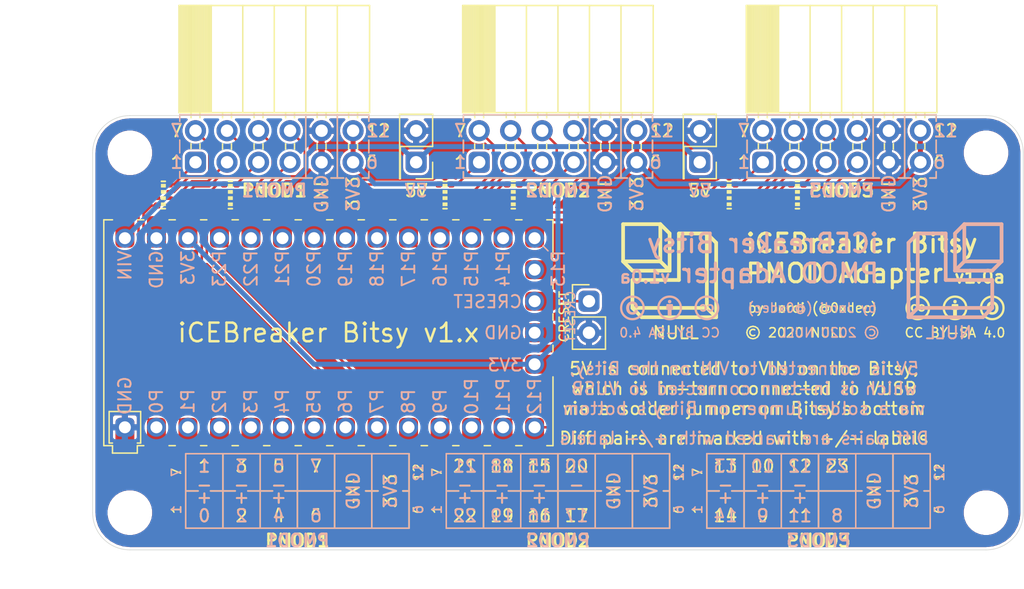
<source format=kicad_pcb>
(kicad_pcb (version 20171130) (host pcbnew 5.1.7)
  (title_block (title "iCEBreaker Bitsy PMOD Adapter") (date 2020-10-28) (rev v1.0a) (company 1BitSquared) (comment 1 "License: CC BY-SA 4.0") (comment 2 "@ 2020 1BitSquared <info@1bitsquared.com>") (comment 3 "@ 2020 Jordi Pakey-Rodriguez <jordi@1bitsquared.com>"))
  (layers (0 F.Cu signal) (31 B.Cu signal) (34 B.Paste user) (35 F.Paste user) (36 B.SilkS user) (37 F.SilkS user) (38 B.Mask user) (39 F.Mask user) (44 Edge.Cuts user))
  (net 0 "")
  (net 1 +3V3)
  (net 2 GND)
  (net 3 +5V)
  (net 4 /P23)
  (net 5 /P21)
  (net 6 /P16)
  (net 7 /P14)
  (net 8 /P13)
  (net 9 /P12)
  (net 10 /P11)
  (net 11 /P10)
  (net 12 /P20)
  (net 13 /P15)
  (net 14 /P19)
  (net 15 /P18)
  (net 16 /P17)
  (net 17 /P22)
  (net 18 /P4)
  (net 19 /P0)
  (net 20 /P6)
  (net 21 /P9)
  (net 22 /P3)
  (net 23 /P7)
  (net 24 /P2)
  (net 25 /P1)
  (net 26 /P8)
  (net 27 /P5)
  (net 28 /J1P10)
  (net 29 /J1P4)
  (net 30 /J1P9)
  (net 31 /J1P3)
  (net 32 /J1P8)
  (net 33 /J1P2)
  (net 34 /J1P7)
  (net 35 /J1P1)
  (net 36 /J2P10)
  (net 37 /J2P4)
  (net 38 /J2P9)
  (net 39 /J2P3)
  (net 40 /J2P8)
  (net 41 /J2P2)
  (net 42 /J2P7)
  (net 43 /J2P1)
  (net 44 /J3P10)
  (net 45 /J3P4)
  (net 46 /J3P9)
  (net 47 /J3P3)
  (net 48 /J3P8)
  (net 49 /J3P2)
  (net 50 /J3P7)
  (net 51 /J3P1)
  (net 52 /CRESET)
  (net 53 /CDONE)
  (module Fiducial:Fiducial_0.5mm_Mask1.5mm (layer F.Cu) (at 134.5 89)
    (fp_text reference FID3 hide)
    (fp_text value Fiducial)
    (pad "" smd circle (at 0 0) (size 0.5 0.5) (layers F.Cu F.Mask) (clearance 0.5))
  )
  (module Fiducial:Fiducial_0.5mm_Mask1.5mm (layer F.Cu) (at 134.5 111)
    (fp_text reference FID2 hide)
    (fp_text value Fiducial)
    (pad "" smd circle (at 0 0) (size 0.5 0.5) (layers F.Cu F.Mask) (clearance 0.5))
  )
  (module Fiducial:Fiducial_0.5mm_Mask1.5mm (layer F.Cu) (at 65.5 111)
    (fp_text reference FID1 hide)
    (fp_text value Fiducial)
    (pad "" smd circle (at 0 0) (size 0.5 0.5) (layers F.Cu F.Mask) (clearance 0.5))
  )
  (module pkl_logos:1b2_Logo_SilkS_7.5mm (layer B.Cu) (at 132 95 180)
    (fp_text reference REF**)
    (fp_text value 1b2_Logo_SilkS_7.5mm)
  )
  (module pkl_logos:Symbol_CC-SA_SilkScreen_2mm (layer B.Cu) (at 106 98 180)
    (fp_text reference REF** hide)
    (fp_text value Symbol_CC-SA_SilkScreen_2mm hide)
  )
  (module pkl_logos:Symbol_CC-BY_SilkScreen_2mm (layer B.Cu) (at 109 98 180)
    (fp_text reference REF** hide)
    (fp_text value Symbol_CC-BY_SilkScreen_2mm hide)
  )
  (module pkl_logos:Symbol_CC_SilkScreen_2mm (layer B.Cu) (at 112 98 180)
    (fp_text reference REF** hide)
    (fp_text value Symbol_CC_SilkScreen_2mm hide)
  )
  (module pkl_logos:1b2_Logo_SilkS_7.5mm (layer F.Cu) (at 109 95)
    (fp_text reference LOGO1)
    (fp_text value 1BitSquared)
  )
  (module pkl_logos:Symbol_CC-SA_SilkScreen_2mm (layer F.Cu) (at 135 98)
    (fp_text reference REF** hide)
    (fp_text value Symbol_CC-SA_SilkScreen_2mm hide)
  )
  (module pkl_logos:Symbol_CC-BY_SilkScreen_2mm (layer F.Cu) (at 132 98)
    (fp_text reference REF** hide)
    (fp_text value Symbol_CC-BY_SilkScreen_2mm hide)
  )
  (module pkl_logos:Symbol_CC_SilkScreen_2mm (layer F.Cu) (at 129 98)
    (fp_text reference REF** hide)
    (fp_text value Symbol_CC_SilkScreen_2mm hide)
  )
  (module Connector_PinHeader_2.54mm:PinHeader_1x02_P2.54mm_Vertical (layer F.Cu) (at 102.5 97.46)
    (fp_text reference JP1 hide)
    (fp_text value CRESET)
    (pad 2 thru_hole oval (at 0 2.54) (size 1.7 1.7) (drill 1) (layers *.Cu *.Mask) (net 2 GND))
    (pad 1 thru_hole roundrect (at 0 0) (size 1.7 1.7) (drill 1) (layers *.Cu *.Mask) (net 52 /CRESET))
  )
  (module Connector_PinSocket_2.54mm:PinSocket_2x01_P2.54mm_Vertical (layer F.Cu) (at 88.57 86.26 270)
    (fp_text reference J4 hide)
    (fp_text value "5V AUX")
    (pad 2 thru_hole oval (at -2.54 0 270) (size 1.7 1.7) (drill 1) (layers *.Cu *.Mask) (net 2 GND))
    (pad 1 thru_hole roundrect (at 0 0 270) (size 1.7 1.7) (drill 1) (layers *.Cu *.Mask) (net 3 +5V))
  )
  (module Connector_PinSocket_2.54mm:PinSocket_2x01_P2.54mm_Vertical (layer F.Cu) (at 111.43 86.26 270)
    (fp_text reference J5 hide)
    (fp_text value "5V AUX")
    (pad 2 thru_hole oval (at -2.54 0 270) (size 1.7 1.7) (drill 1) (layers *.Cu *.Mask) (net 2 GND))
    (pad 1 thru_hole roundrect (at 0 0 270) (size 1.7 1.7) (drill 1) (layers *.Cu *.Mask) (net 3 +5V))
  )
  (module pkl_dipol:R_Array_Convex_4x0402 (layer F.Cu) (at 119.3 88.9)
    (fp_text reference R6)
    (fp_text value 33E)
    (pad 8 smd roundrect (at 0.5 0.85) (size 0.5 0.5) (layers F.Cu F.Paste F.Mask) (net 44 /J3P10))
    (pad 6 smd roundrect (at 0.5 0.25) (size 0.5 0.3) (layers F.Cu F.Paste F.Mask) (net 45 /J3P4))
    (pad 4 smd roundrect (at 0.5 -0.25) (size 0.5 0.3) (layers F.Cu F.Paste F.Mask) (net 46 /J3P9))
    (pad 2 smd roundrect (at 0.5 -0.85) (size 0.5 0.5) (layers F.Cu F.Paste F.Mask) (net 47 /J3P3))
    (pad 7 smd roundrect (at -0.5 0.85) (size 0.5 0.5) (layers F.Cu F.Paste F.Mask) (net 4 /P23))
    (pad 1 smd roundrect (at -0.5 -0.85) (size 0.5 0.5) (layers F.Cu F.Paste F.Mask) (net 10 /P11))
    (pad 5 smd roundrect (at -0.5 0.25) (size 0.5 0.3) (layers F.Cu F.Paste F.Mask) (net 26 /P8))
    (pad 3 smd roundrect (at -0.5 -0.25) (size 0.5 0.3) (layers F.Cu F.Paste F.Mask) (net 9 /P12))
  )
  (module pkl_dipol:R_Array_Convex_4x0402 (layer F.Cu) (at 113.8 88.9)
    (fp_text reference R5)
    (fp_text value 33E)
    (pad 8 smd roundrect (at 0.5 0.85) (size 0.5 0.5) (layers F.Cu F.Paste F.Mask) (net 48 /J3P8))
    (pad 6 smd roundrect (at 0.5 0.25) (size 0.5 0.3) (layers F.Cu F.Paste F.Mask) (net 49 /J3P2))
    (pad 4 smd roundrect (at 0.5 -0.25) (size 0.5 0.3) (layers F.Cu F.Paste F.Mask) (net 50 /J3P7))
    (pad 2 smd roundrect (at 0.5 -0.85) (size 0.5 0.5) (layers F.Cu F.Paste F.Mask) (net 51 /J3P1))
    (pad 7 smd roundrect (at -0.5 0.85) (size 0.5 0.5) (layers F.Cu F.Paste F.Mask) (net 11 /P10))
    (pad 1 smd roundrect (at -0.5 -0.85) (size 0.5 0.5) (layers F.Cu F.Paste F.Mask) (net 7 /P14))
    (pad 5 smd roundrect (at -0.5 0.25) (size 0.5 0.3) (layers F.Cu F.Paste F.Mask) (net 21 /P9))
    (pad 3 smd roundrect (at -0.5 -0.25) (size 0.5 0.3) (layers F.Cu F.Paste F.Mask) (net 8 /P13))
  )
  (module pkl_dipol:R_Array_Convex_4x0402 (layer F.Cu) (at 96.4 88.9)
    (fp_text reference R4)
    (fp_text value 33E)
    (pad 8 smd roundrect (at 0.5 0.85) (size 0.5 0.5) (layers F.Cu F.Paste F.Mask) (net 36 /J2P10))
    (pad 6 smd roundrect (at 0.5 0.25) (size 0.5 0.3) (layers F.Cu F.Paste F.Mask) (net 37 /J2P4))
    (pad 4 smd roundrect (at 0.5 -0.25) (size 0.5 0.3) (layers F.Cu F.Paste F.Mask) (net 38 /J2P9))
    (pad 2 smd roundrect (at 0.5 -0.85) (size 0.5 0.5) (layers F.Cu F.Paste F.Mask) (net 39 /J2P3))
    (pad 7 smd roundrect (at -0.5 0.85) (size 0.5 0.5) (layers F.Cu F.Paste F.Mask) (net 12 /P20))
    (pad 1 smd roundrect (at -0.5 -0.85) (size 0.5 0.5) (layers F.Cu F.Paste F.Mask) (net 6 /P16))
    (pad 5 smd roundrect (at -0.5 0.25) (size 0.5 0.3) (layers F.Cu F.Paste F.Mask) (net 16 /P17))
    (pad 3 smd roundrect (at -0.5 -0.25) (size 0.5 0.3) (layers F.Cu F.Paste F.Mask) (net 13 /P15))
  )
  (module pkl_dipol:R_Array_Convex_4x0402 (layer F.Cu) (at 90.9 88.9)
    (fp_text reference R3)
    (fp_text value 33E)
    (pad 8 smd roundrect (at 0.5 0.85) (size 0.5 0.5) (layers F.Cu F.Paste F.Mask) (net 40 /J2P8))
    (pad 6 smd roundrect (at 0.5 0.25) (size 0.5 0.3) (layers F.Cu F.Paste F.Mask) (net 41 /J2P2))
    (pad 4 smd roundrect (at 0.5 -0.25) (size 0.5 0.3) (layers F.Cu F.Paste F.Mask) (net 42 /J2P7))
    (pad 2 smd roundrect (at 0.5 -0.85) (size 0.5 0.5) (layers F.Cu F.Paste F.Mask) (net 43 /J2P1))
    (pad 7 smd roundrect (at -0.5 0.85) (size 0.5 0.5) (layers F.Cu F.Paste F.Mask) (net 15 /P18))
    (pad 1 smd roundrect (at -0.5 -0.85) (size 0.5 0.5) (layers F.Cu F.Paste F.Mask) (net 17 /P22))
    (pad 5 smd roundrect (at -0.5 0.25) (size 0.5 0.3) (layers F.Cu F.Paste F.Mask) (net 14 /P19))
    (pad 3 smd roundrect (at -0.5 -0.25) (size 0.5 0.3) (layers F.Cu F.Paste F.Mask) (net 5 /P21))
  )
  (module pkl_dipol:R_Array_Convex_4x0402 (layer F.Cu) (at 73.6 88.9)
    (fp_text reference R2)
    (fp_text value 33E)
    (pad 8 smd roundrect (at 0.5 0.85) (size 0.5 0.5) (layers F.Cu F.Paste F.Mask) (net 28 /J1P10))
    (pad 6 smd roundrect (at 0.5 0.25) (size 0.5 0.3) (layers F.Cu F.Paste F.Mask) (net 29 /J1P4))
    (pad 4 smd roundrect (at 0.5 -0.25) (size 0.5 0.3) (layers F.Cu F.Paste F.Mask) (net 30 /J1P9))
    (pad 2 smd roundrect (at 0.5 -0.85) (size 0.5 0.5) (layers F.Cu F.Paste F.Mask) (net 31 /J1P3))
    (pad 7 smd roundrect (at -0.5 0.85) (size 0.5 0.5) (layers F.Cu F.Paste F.Mask) (net 23 /P7))
    (pad 1 smd roundrect (at -0.5 -0.85) (size 0.5 0.5) (layers F.Cu F.Paste F.Mask) (net 18 /P4))
    (pad 5 smd roundrect (at -0.5 0.25) (size 0.5 0.3) (layers F.Cu F.Paste F.Mask) (net 20 /P6))
    (pad 3 smd roundrect (at -0.5 -0.25) (size 0.5 0.3) (layers F.Cu F.Paste F.Mask) (net 27 /P5))
  )
  (module pkl_dipol:R_Array_Convex_4x0402 (layer F.Cu) (at 68.2 88.9)
    (fp_text reference R1)
    (fp_text value 33E)
    (pad 8 smd roundrect (at 0.5 0.85) (size 0.5 0.5) (layers F.Cu F.Paste F.Mask) (net 32 /J1P8))
    (pad 6 smd roundrect (at 0.5 0.25) (size 0.5 0.3) (layers F.Cu F.Paste F.Mask) (net 33 /J1P2))
    (pad 4 smd roundrect (at 0.5 -0.25) (size 0.5 0.3) (layers F.Cu F.Paste F.Mask) (net 34 /J1P7))
    (pad 2 smd roundrect (at 0.5 -0.85) (size 0.5 0.5) (layers F.Cu F.Paste F.Mask) (net 35 /J1P1))
    (pad 7 smd roundrect (at -0.5 0.85) (size 0.5 0.5) (layers F.Cu F.Paste F.Mask) (net 22 /P3))
    (pad 1 smd roundrect (at -0.5 -0.85) (size 0.5 0.5) (layers F.Cu F.Paste F.Mask) (net 19 /P0))
    (pad 5 smd roundrect (at -0.5 0.25) (size 0.5 0.3) (layers F.Cu F.Paste F.Mask) (net 24 /P2))
    (pad 3 smd roundrect (at -0.5 -0.25) (size 0.5 0.3) (layers F.Cu F.Paste F.Mask) (net 25 /P1))
  )
  (module pkl_module:iCEBreaker_Bitsy (layer F.Cu) (at 81.5 100 90)
    (fp_text reference A1 hide)
    (fp_text value iCEBreaker_Bitsy)
    (pad 15 thru_hole circle (at -2.54 16.62 270) (size 1.524 1.524) (drill 0.9652) (layers *.Cu *.Mask) (net 1 +3V3))
    (pad 15 smd roundrect (at -2.54 17.128) (size 2.54 1.524) (layers F.Cu F.Paste F.Mask) (net 1 +3V3))
    (pad 16 thru_hole circle (at 0 16.62 270) (size 1.524 1.524) (drill 0.9652) (layers *.Cu *.Mask) (net 2 GND))
    (pad 16 smd roundrect (at 0 17.128) (size 2.54 1.524) (layers F.Cu F.Paste F.Mask) (net 2 GND))
    (pad 17 thru_hole circle (at 2.54 16.62 270) (size 1.524 1.524) (drill 0.9652) (layers *.Cu *.Mask) (net 52 /CRESET))
    (pad 17 smd roundrect (at 2.54 17.128) (size 2.54 1.524) (layers F.Cu F.Paste F.Mask) (net 52 /CRESET))
    (pad 18 thru_hole circle (at 5.08 16.62 270) (size 1.524 1.524) (drill 0.9652) (layers *.Cu *.Mask) (net 53 /CDONE))
    (pad 18 smd roundrect (at 5.08 17.128) (size 2.54 1.524) (layers F.Cu F.Paste F.Mask) (net 53 /CDONE))
    (pad 28 smd roundrect (at 8.128 -6.24 90) (size 2.54 1.524) (layers F.Cu F.Paste F.Mask) (net 17 /P22))
    (pad 25 smd roundrect (at 8.128 1.38 90) (size 2.54 1.524) (layers F.Cu F.Paste F.Mask) (net 14 /P19))
    (pad 23 smd roundrect (at 8.128 6.46 90) (size 2.54 1.524) (layers F.Cu F.Paste F.Mask) (net 16 /P17))
    (pad 26 smd roundrect (at 8.128 -1.16 90) (size 2.54 1.524) (layers F.Cu F.Paste F.Mask) (net 12 /P20))
    (pad 32 smd roundrect (at 8.128 -16.4 90) (size 2.54 1.524) (layers F.Cu F.Paste F.Mask) (net 3 +5V))
    (pad 30 smd roundrect (at 8.128 -11.32 90) (size 2.54 1.524) (layers F.Cu F.Paste F.Mask) (net 1 +3V3))
    (pad 29 smd roundrect (at 8.128 -8.78 90) (size 2.54 1.524) (layers F.Cu F.Paste F.Mask) (net 4 /P23))
    (pad 14 smd roundrect (at -8.128 16.62 90) (size 2.54 1.524) (layers F.Cu F.Paste F.Mask) (net 9 /P12))
    (pad 13 smd roundrect (at -8.128 14.08 90) (size 2.54 1.524) (layers F.Cu F.Paste F.Mask) (net 10 /P11))
    (pad 12 smd roundrect (at -8.128 11.54 90) (size 2.54 1.524) (layers F.Cu F.Paste F.Mask) (net 11 /P10))
    (pad 22 smd roundrect (at 8.128 9 90) (size 2.54 1.524) (layers F.Cu F.Paste F.Mask) (net 6 /P16))
    (pad 31 smd roundrect (at 8.128 -13.86 90) (size 2.54 1.524) (layers F.Cu F.Paste F.Mask) (net 2 GND))
    (pad 27 smd roundrect (at 8.128 -3.7 90) (size 2.54 1.524) (layers F.Cu F.Paste F.Mask) (net 5 /P21))
    (pad 21 smd roundrect (at 8.128 11.54 90) (size 2.54 1.524) (layers F.Cu F.Paste F.Mask) (net 13 /P15))
    (pad 20 smd roundrect (at 8.128 14.08 90) (size 2.54 1.524) (layers F.Cu F.Paste F.Mask) (net 7 /P14))
    (pad 19 smd roundrect (at 8.128 16.62 90) (size 2.54 1.524) (layers F.Cu F.Paste F.Mask) (net 8 /P13))
    (pad 24 smd roundrect (at 8.128 3.92 90) (size 2.54 1.524) (layers F.Cu F.Paste F.Mask) (net 15 /P18))
    (pad 6 smd roundrect (at -8.128 -3.7 90) (size 2.54 1.524) (layers F.Cu F.Paste F.Mask) (net 18 /P4))
    (pad 2 smd roundrect (at -8.128 -13.86 90) (size 2.54 1.524) (layers F.Cu F.Paste F.Mask) (net 19 /P0))
    (pad 8 smd roundrect (at -8.128 1.38 90) (size 2.54 1.524) (layers F.Cu F.Paste F.Mask) (net 20 /P6))
    (pad 11 smd roundrect (at -8.128 9 90) (size 2.54 1.524) (layers F.Cu F.Paste F.Mask) (net 21 /P9))
    (pad 5 smd roundrect (at -8.128 -6.24 90) (size 2.54 1.524) (layers F.Cu F.Paste F.Mask) (net 22 /P3))
    (pad 9 smd roundrect (at -8.128 3.92 90) (size 2.54 1.524) (layers F.Cu F.Paste F.Mask) (net 23 /P7))
    (pad 4 smd roundrect (at -8.128 -8.78 90) (size 2.54 1.524) (layers F.Cu F.Paste F.Mask) (net 24 /P2))
    (pad 1 smd roundrect (at -8.128 -16.4 90) (size 2.54 1.524) (layers F.Cu F.Paste F.Mask) (net 2 GND))
    (pad 3 smd roundrect (at -8.128 -11.32 90) (size 2.54 1.524) (layers F.Cu F.Paste F.Mask) (net 25 /P1))
    (pad 10 smd roundrect (at -8.128 6.46 90) (size 2.54 1.524) (layers F.Cu F.Paste F.Mask) (net 26 /P8))
    (pad 7 smd roundrect (at -8.128 -1.16 90) (size 2.54 1.524) (layers F.Cu F.Paste F.Mask) (net 27 /P5))
    (pad 28 thru_hole circle (at 7.62 -6.24) (size 1.524 1.524) (drill 0.9652) (layers *.Cu *.Mask) (net 17 /P22))
    (pad 27 thru_hole circle (at 7.62 -3.7) (size 1.524 1.524) (drill 0.9652) (layers *.Cu *.Mask) (net 5 /P21))
    (pad 26 thru_hole circle (at 7.62 -1.16) (size 1.524 1.524) (drill 0.9652) (layers *.Cu *.Mask) (net 12 /P20))
    (pad 25 thru_hole circle (at 7.62 1.38) (size 1.524 1.524) (drill 0.9652) (layers *.Cu *.Mask) (net 14 /P19))
    (pad 24 thru_hole circle (at 7.62 3.92) (size 1.524 1.524) (drill 0.9652) (layers *.Cu *.Mask) (net 15 /P18))
    (pad 23 thru_hole circle (at 7.62 6.46) (size 1.524 1.524) (drill 0.9652) (layers *.Cu *.Mask) (net 16 /P17))
    (pad 22 thru_hole circle (at 7.62 9) (size 1.524 1.524) (drill 0.9652) (layers *.Cu *.Mask) (net 6 /P16))
    (pad 21 thru_hole circle (at 7.62 11.54) (size 1.524 1.524) (drill 0.9652) (layers *.Cu *.Mask) (net 13 /P15))
    (pad 20 thru_hole circle (at 7.62 14.08) (size 1.524 1.524) (drill 0.9652) (layers *.Cu *.Mask) (net 7 /P14))
    (pad 19 thru_hole circle (at 7.62 16.62) (size 1.524 1.524) (drill 0.9652) (layers *.Cu *.Mask) (net 8 /P13))
    (pad 32 thru_hole circle (at 7.62 -16.4) (size 1.524 1.524) (drill 0.9652) (layers *.Cu *.Mask) (net 3 +5V))
    (pad 31 thru_hole circle (at 7.62 -13.86) (size 1.524 1.524) (drill 0.9652) (layers *.Cu *.Mask) (net 2 GND))
    (pad 30 thru_hole circle (at 7.62 -11.32) (size 1.524 1.524) (drill 0.9652) (layers *.Cu *.Mask) (net 1 +3V3))
    (pad 29 thru_hole circle (at 7.62 -8.78) (size 1.524 1.524) (drill 0.9652) (layers *.Cu *.Mask) (net 4 /P23))
    (pad 14 thru_hole circle (at -7.62 16.62) (size 1.524 1.524) (drill 0.9652) (layers *.Cu *.Mask) (net 9 /P12))
    (pad 13 thru_hole circle (at -7.62 14.08) (size 1.524 1.524) (drill 0.9652) (layers *.Cu *.Mask) (net 10 /P11))
    (pad 12 thru_hole circle (at -7.62 11.54) (size 1.524 1.524) (drill 0.9652) (layers *.Cu *.Mask) (net 11 /P10))
    (pad 11 thru_hole circle (at -7.62 9) (size 1.524 1.524) (drill 0.9652) (layers *.Cu *.Mask) (net 21 /P9))
    (pad 10 thru_hole circle (at -7.62 6.46) (size 1.524 1.524) (drill 0.9652) (layers *.Cu *.Mask) (net 26 /P8))
    (pad 9 thru_hole circle (at -7.62 3.92) (size 1.524 1.524) (drill 0.9652) (layers *.Cu *.Mask) (net 23 /P7))
    (pad 8 thru_hole circle (at -7.62 1.38) (size 1.524 1.524) (drill 0.9652) (layers *.Cu *.Mask) (net 20 /P6))
    (pad 7 thru_hole circle (at -7.62 -1.16) (size 1.524 1.524) (drill 0.9652) (layers *.Cu *.Mask) (net 27 /P5))
    (pad 6 thru_hole circle (at -7.62 -3.7) (size 1.524 1.524) (drill 0.9652) (layers *.Cu *.Mask) (net 18 /P4))
    (pad 5 thru_hole circle (at -7.62 -6.24) (size 1.524 1.524) (drill 0.9652) (layers *.Cu *.Mask) (net 22 /P3))
    (pad 4 thru_hole circle (at -7.62 -8.78) (size 1.524 1.524) (drill 0.9652) (layers *.Cu *.Mask) (net 24 /P2))
    (pad 3 thru_hole circle (at -7.62 -11.32) (size 1.524 1.524) (drill 0.9652) (layers *.Cu *.Mask) (net 25 /P1))
    (pad 2 thru_hole circle (at -7.62 -13.86) (size 1.524 1.524) (drill 0.9652) (layers *.Cu *.Mask) (net 19 /P0))
    (pad 1 thru_hole roundrect (at -7.62 -16.4) (size 1.524 1.524) (drill 0.9652) (layers *.Cu *.Mask) (net 2 GND))
  )
  (module pkl_pin_headers:PinSocket_2x06_P2.54mm_Horizontal_Top_Bottom (layer F.Cu) (at 116.51 86.26 90)
    (fp_text reference J3 hide)
    (fp_text value PMOD3)
    (pad 12 thru_hole oval (at 2.54 12.7 90) (size 1.7 1.7) (drill 1) (layers *.Cu *.Mask) (net 1 +3V3))
    (pad 6 thru_hole oval (at 0 12.7 90) (size 1.7 1.7) (drill 1) (layers *.Cu *.Mask) (net 1 +3V3))
    (pad 11 thru_hole oval (at 2.54 10.16 90) (size 1.7 1.7) (drill 1) (layers *.Cu *.Mask) (net 2 GND))
    (pad 5 thru_hole oval (at 0 10.16 90) (size 1.7 1.7) (drill 1) (layers *.Cu *.Mask) (net 2 GND))
    (pad 10 thru_hole oval (at 2.54 7.62 90) (size 1.7 1.7) (drill 1) (layers *.Cu *.Mask) (net 44 /J3P10))
    (pad 4 thru_hole oval (at 0 7.62 90) (size 1.7 1.7) (drill 1) (layers *.Cu *.Mask) (net 45 /J3P4))
    (pad 9 thru_hole oval (at 2.54 5.08 90) (size 1.7 1.7) (drill 1) (layers *.Cu *.Mask) (net 46 /J3P9))
    (pad 3 thru_hole oval (at 0 5.08 90) (size 1.7 1.7) (drill 1) (layers *.Cu *.Mask) (net 47 /J3P3))
    (pad 8 thru_hole oval (at 2.54 2.54 90) (size 1.7 1.7) (drill 1) (layers *.Cu *.Mask) (net 48 /J3P8))
    (pad 2 thru_hole oval (at 0 2.54 90) (size 1.7 1.7) (drill 1) (layers *.Cu *.Mask) (net 49 /J3P2))
    (pad 7 thru_hole oval (at 2.54 0 90) (size 1.7 1.7) (drill 1) (layers *.Cu *.Mask) (net 50 /J3P7))
    (pad 1 thru_hole roundrect (at 0 0 90) (size 1.7 1.7) (drill 1) (layers *.Cu *.Mask) (net 51 /J3P1))
  )
  (module pkl_pin_headers:PinSocket_2x06_P2.54mm_Horizontal_Top_Bottom (layer F.Cu) (at 93.65 86.26 90)
    (fp_text reference J2 hide)
    (fp_text value PMOD2)
    (pad 12 thru_hole oval (at 2.54 12.7 90) (size 1.7 1.7) (drill 1) (layers *.Cu *.Mask) (net 1 +3V3))
    (pad 6 thru_hole oval (at 0 12.7 90) (size 1.7 1.7) (drill 1) (layers *.Cu *.Mask) (net 1 +3V3))
    (pad 11 thru_hole oval (at 2.54 10.16 90) (size 1.7 1.7) (drill 1) (layers *.Cu *.Mask) (net 2 GND))
    (pad 5 thru_hole oval (at 0 10.16 90) (size 1.7 1.7) (drill 1) (layers *.Cu *.Mask) (net 2 GND))
    (pad 10 thru_hole oval (at 2.54 7.62 90) (size 1.7 1.7) (drill 1) (layers *.Cu *.Mask) (net 36 /J2P10))
    (pad 4 thru_hole oval (at 0 7.62 90) (size 1.7 1.7) (drill 1) (layers *.Cu *.Mask) (net 37 /J2P4))
    (pad 9 thru_hole oval (at 2.54 5.08 90) (size 1.7 1.7) (drill 1) (layers *.Cu *.Mask) (net 38 /J2P9))
    (pad 3 thru_hole oval (at 0 5.08 90) (size 1.7 1.7) (drill 1) (layers *.Cu *.Mask) (net 39 /J2P3))
    (pad 8 thru_hole oval (at 2.54 2.54 90) (size 1.7 1.7) (drill 1) (layers *.Cu *.Mask) (net 40 /J2P8))
    (pad 2 thru_hole oval (at 0 2.54 90) (size 1.7 1.7) (drill 1) (layers *.Cu *.Mask) (net 41 /J2P2))
    (pad 7 thru_hole oval (at 2.54 0 90) (size 1.7 1.7) (drill 1) (layers *.Cu *.Mask) (net 42 /J2P7))
    (pad 1 thru_hole roundrect (at 0 0 90) (size 1.7 1.7) (drill 1) (layers *.Cu *.Mask) (net 43 /J2P1))
  )
  (module pkl_pin_headers:PinSocket_2x06_P2.54mm_Horizontal_Top_Bottom (layer F.Cu) (at 70.79 86.26 90)
    (fp_text reference J1 hide)
    (fp_text value PMOD1)
    (pad 12 thru_hole oval (at 2.54 12.7 90) (size 1.7 1.7) (drill 1) (layers *.Cu *.Mask) (net 1 +3V3))
    (pad 6 thru_hole oval (at 0 12.7 90) (size 1.7 1.7) (drill 1) (layers *.Cu *.Mask) (net 1 +3V3))
    (pad 11 thru_hole oval (at 2.54 10.16 90) (size 1.7 1.7) (drill 1) (layers *.Cu *.Mask) (net 2 GND))
    (pad 5 thru_hole oval (at 0 10.16 90) (size 1.7 1.7) (drill 1) (layers *.Cu *.Mask) (net 2 GND))
    (pad 10 thru_hole oval (at 2.54 7.62 90) (size 1.7 1.7) (drill 1) (layers *.Cu *.Mask) (net 28 /J1P10))
    (pad 4 thru_hole oval (at 0 7.62 90) (size 1.7 1.7) (drill 1) (layers *.Cu *.Mask) (net 29 /J1P4))
    (pad 9 thru_hole oval (at 2.54 5.08 90) (size 1.7 1.7) (drill 1) (layers *.Cu *.Mask) (net 30 /J1P9))
    (pad 3 thru_hole oval (at 0 5.08 90) (size 1.7 1.7) (drill 1) (layers *.Cu *.Mask) (net 31 /J1P3))
    (pad 8 thru_hole oval (at 2.54 2.54 90) (size 1.7 1.7) (drill 1) (layers *.Cu *.Mask) (net 32 /J1P8))
    (pad 2 thru_hole oval (at 0 2.54 90) (size 1.7 1.7) (drill 1) (layers *.Cu *.Mask) (net 33 /J1P2))
    (pad 7 thru_hole oval (at 2.54 0 90) (size 1.7 1.7) (drill 1) (layers *.Cu *.Mask) (net 34 /J1P7))
    (pad 1 thru_hole roundrect (at 0 0 90) (size 1.7 1.7) (drill 1) (layers *.Cu *.Mask) (net 35 /J1P1))
  )
  (module MountingHole:MountingHole_3.2mm_M3_DIN965 (layer F.Cu) (at 134.5 85.5)
    (fp_text reference H4 hide)
    (fp_text value MountingHole)
    (pad 1 np_thru_hole circle (at 0 0) (size 3.2 3.2) (drill 3.2) (layers *.Cu *.Mask))
  )
  (module MountingHole:MountingHole_3.2mm_M3_DIN965 (layer F.Cu) (at 134.5 114.5)
    (fp_text reference H3 hide)
    (fp_text value MountingHole)
    (pad 1 np_thru_hole circle (at 0 0) (size 3.2 3.2) (drill 3.2) (layers *.Cu *.Mask))
  )
  (module MountingHole:MountingHole_3.2mm_M3_DIN965 (layer F.Cu) (at 65.5 85.5)
    (fp_text reference H2 hide)
    (fp_text value MountingHole)
    (pad 1 np_thru_hole circle (at 0 0) (size 3.2 3.2) (drill 3.2) (layers *.Cu *.Mask))
  )
  (module MountingHole:MountingHole_3.2mm_M3_DIN965 (layer F.Cu) (at 65.5 114.5)
    (fp_text reference H1 hide)
    (fp_text value MountingHole)
    (pad 1 np_thru_hole circle (at 0 0) (size 3.2 3.2) (drill 3.2) (layers *.Cu *.Mask))
  )
  (gr_text "Diff pairs are marked with +/- labels" (at 115 108.5) (layer B.SilkS) (effects (font (size 1 1)) (justify mirror)))
  (gr_text "5V is connected to VIN on the Bitsy,\nwhich is in-turn connected to VUSB\nvia a solder jumper on Bitsy's bottom" (at 115 104.5) (layer B.SilkS) (effects (font (size 1 1)) (justify mirror)))
  (gr_text "Diff pairs are marked with +/- labels" (at 115 108.5) (layer F.SilkS) (effects (font (size 1 1))))
  (gr_line (start 71 112.75) (end 70 112.75) (layer F.SilkS) (width 0.12))
  (gr_line (start 95 112.75) (end 93 112.75) (layer F.SilkS) (width 0.12))
  (gr_line (start 99 112.75) (end 103.5 112.75) (layer F.SilkS) (width 0.12))
  (gr_line (start 84.5 112.75) (end 85.5 112.75) (layer F.SilkS) (width 0.12))
  (gr_line (start 113 112.75) (end 112 112.75) (layer F.SilkS) (width 0.12))
  (gr_line (start 74 112.75) (end 72 112.75) (layer F.SilkS) (width 0.12))
  (gr_line (start 108.5 112.75) (end 109 112.75) (layer F.SilkS) (width 0.12))
  (gr_line (start 116 112.75) (end 114 112.75) (layer F.SilkS) (width 0.12))
  (gr_line (start 120 112.75) (end 124.5 112.75) (layer F.SilkS) (width 0.12))
  (gr_line (start 98 112.75) (end 96 112.75) (layer F.SilkS) (width 0.12))
  (gr_line (start 105.5 112.75) (end 106.5 112.75) (layer F.SilkS) (width 0.12))
  (gr_line (start 92 112.75) (end 91 112.75) (layer F.SilkS) (width 0.12))
  (gr_line (start 78 112.75) (end 82.5 112.75) (layer F.SilkS) (width 0.12))
  (gr_line (start 77 112.75) (end 75 112.75) (layer F.SilkS) (width 0.12))
  (gr_line (start 87.5 112.75) (end 88 112.75) (layer F.SilkS) (width 0.12))
  (gr_line (start 119 112.75) (end 117 112.75) (layer F.SilkS) (width 0.12))
  (gr_line (start 113 112.75) (end 112 112.75) (layer B.SilkS) (width 0.12))
  (gr_line (start 116 112.75) (end 114 112.75) (layer B.SilkS) (width 0.12))
  (gr_line (start 120 112.75) (end 124.5 112.75) (layer B.SilkS) (width 0.12))
  (gr_line (start 119 112.75) (end 117 112.75) (layer B.SilkS) (width 0.12))
  (gr_line (start 92 112.75) (end 91 112.75) (layer B.SilkS) (width 0.12))
  (gr_line (start 95 112.75) (end 93 112.75) (layer B.SilkS) (width 0.12))
  (gr_line (start 99 112.75) (end 103.5 112.75) (layer B.SilkS) (width 0.12))
  (gr_line (start 98 112.75) (end 96 112.75) (layer B.SilkS) (width 0.12))
  (gr_line (start 71 112.75) (end 70 112.75) (layer B.SilkS) (width 0.12))
  (gr_line (start 74 112.75) (end 72 112.75) (layer B.SilkS) (width 0.12))
  (gr_line (start 77 112.75) (end 75 112.75) (layer B.SilkS) (width 0.12))
  (gr_text 3V3 (at 97.2 102.6) (layer B.SilkS) (effects (font (size 1 1)) (justify left mirror)))
  (gr_text GND (at 97.2 100) (layer B.SilkS) (effects (font (size 1 1)) (justify left mirror)))
  (gr_text CRESET (at 97.2 97.5) (layer B.SilkS) (effects (font (size 1 1)) (justify left mirror)))
  (gr_text CRESET (at 101 98.7 90) (layer B.SilkS) (effects (font (size 0.75 0.75) (thickness 0.12)) (justify mirror)))
  (gr_line (start 99.2 93.4) (end 98.8 93) (layer B.SilkS) (width 0.12))
  (gr_text PMOD3 (at 121 116.75) (layer B.SilkS) (effects (font (size 1 1) (thickness 0.2)) (justify mirror)))
  (gr_text PMOD2 (at 100 116.75) (layer B.SilkS) (effects (font (size 1 1) (thickness 0.2)) (justify mirror)))
  (gr_text PMOD1 (at 79 116.75) (layer B.SilkS) (effects (font (size 1 1) (thickness 0.2)) (justify mirror)))
  (gr_text - (at 101.5 112.25) (layer B.SilkS) (effects (font (size 1 1)) (justify mirror)))
  (gr_text 23 (at 122.5 110.75) (layer B.SilkS) (effects (font (size 1 1)) (justify mirror)))
  (gr_line (start 115 109.75) (end 115 115.75) (layer B.SilkS) (width 0.12))
  (gr_text 3V3 (at 128.5 112.75 90) (layer B.SilkS) (effects (font (size 1 1)) (justify mirror)))
  (gr_text GND (at 125.5 112.75 90) (layer B.SilkS) (effects (font (size 1 1)) (justify mirror)))
  (gr_line (start 127 109.75) (end 127 115.75) (layer B.SilkS) (width 0.12))
  (gr_text - (at 119.5 112.25) (layer B.SilkS) (effects (font (size 1 1)) (justify mirror)))
  (gr_text + (at 119.5 113.25) (layer B.SilkS) (effects (font (size 1 1)) (justify mirror)))
  (gr_line (start 126.5 112.75) (end 127.5 112.75) (layer B.SilkS) (width 0.12))
  (gr_text 1 (at 111.25 114.25 90) (layer B.SilkS) (effects (font (size 0.75 0.75) (thickness 0.12)) (justify mirror)))
  (gr_line (start 112 109.75) (end 112 115.75) (layer B.SilkS) (width 0.12))
  (gr_text 13 (at 113.5 110.75) (layer B.SilkS) (effects (font (size 1 1)) (justify mirror)))
  (gr_text 12 (at 119.5 110.75) (layer B.SilkS) (effects (font (size 1 1)) (justify mirror)))
  (gr_line (start 118 109.75) (end 118 115.75) (layer B.SilkS) (width 0.12))
  (gr_text 11 (at 119.5 114.75) (layer B.SilkS) (effects (font (size 1 1)) (justify mirror)))
  (gr_text - (at 113.5 112.25) (layer B.SilkS) (effects (font (size 1 1)) (justify mirror)))
  (gr_text 14 (at 113.5 114.75) (layer B.SilkS) (effects (font (size 1 1)) (justify mirror)))
  (gr_text 6 (at 130.75 114.25 90) (layer B.SilkS) (effects (font (size 0.75 0.75) (thickness 0.12)) (justify mirror)))
  (gr_text + (at 113.5 113.25) (layer B.SilkS) (effects (font (size 1 1)) (justify mirror)))
  (gr_text + (at 116.5 113.25) (layer B.SilkS) (effects (font (size 1 1)) (justify mirror)))
  (gr_text 12 (at 130.75 111.25 90) (layer B.SilkS) (effects (font (size 0.75 0.75) (thickness 0.12)) (justify mirror)))
  (gr_text 8 (at 122.5 114.75) (layer B.SilkS) (effects (font (size 1 1)) (justify mirror)))
  (gr_text 7 (at 111.25 111.25 90) (layer B.SilkS) (effects (font (size 0.75 0.75) (thickness 0.12)) (justify mirror)))
  (gr_line (start 130 115.75) (end 130 109.75) (layer B.SilkS) (width 0.12))
  (gr_text 9 (at 116.5 114.75) (layer B.SilkS) (effects (font (size 1 1)) (justify mirror)))
  (gr_text - (at 116.5 112.25) (layer B.SilkS) (effects (font (size 1 1)) (justify mirror)))
  (gr_line (start 129.5 112.75) (end 130 112.75) (layer B.SilkS) (width 0.12))
  (gr_line (start 124 109.75) (end 124 115.75) (layer B.SilkS) (width 0.12))
  (gr_line (start 112 115.75) (end 130 115.75) (layer B.SilkS) (width 0.12))
  (gr_text 10 (at 116.5 110.75) (layer B.SilkS) (effects (font (size 1 1)) (justify mirror)))
  (gr_line (start 130 109.75) (end 112 109.75) (layer B.SilkS) (width 0.12))
  (gr_line (start 121 109.75) (end 121 115.75) (layer B.SilkS) (width 0.12))
  (gr_text 20 (at 101.5 110.75) (layer B.SilkS) (effects (font (size 1 1)) (justify mirror)))
  (gr_line (start 94 109.75) (end 94 115.75) (layer B.SilkS) (width 0.12))
  (gr_text 3V3 (at 107.5 112.75 90) (layer B.SilkS) (effects (font (size 1 1)) (justify mirror)))
  (gr_text GND (at 104.5 112.75 90) (layer B.SilkS) (effects (font (size 1 1)) (justify mirror)))
  (gr_line (start 106 109.75) (end 106 115.75) (layer B.SilkS) (width 0.12))
  (gr_text - (at 98.5 112.25) (layer B.SilkS) (effects (font (size 1 1)) (justify mirror)))
  (gr_text + (at 98.5 113.25) (layer B.SilkS) (effects (font (size 1 1)) (justify mirror)))
  (gr_line (start 105.5 112.75) (end 106.5 112.75) (layer B.SilkS) (width 0.12))
  (gr_text 1 (at 90.25 114.25 90) (layer B.SilkS) (effects (font (size 0.75 0.75) (thickness 0.12)) (justify mirror)))
  (gr_line (start 91 109.75) (end 91 115.75) (layer B.SilkS) (width 0.12))
  (gr_text 21 (at 92.5 110.75) (layer B.SilkS) (effects (font (size 1 1)) (justify mirror)))
  (gr_text 15 (at 98.5 110.75) (layer B.SilkS) (effects (font (size 1 1)) (justify mirror)))
  (gr_line (start 97 109.75) (end 97 115.75) (layer B.SilkS) (width 0.12))
  (gr_text 16 (at 98.5 114.75) (layer B.SilkS) (effects (font (size 1 1)) (justify mirror)))
  (gr_text - (at 92.5 112.25) (layer B.SilkS) (effects (font (size 1 1)) (justify mirror)))
  (gr_text 22 (at 92.5 114.75) (layer B.SilkS) (effects (font (size 1 1)) (justify mirror)))
  (gr_text 6 (at 109.75 114.25 90) (layer B.SilkS) (effects (font (size 0.75 0.75) (thickness 0.12)) (justify mirror)))
  (gr_text + (at 92.5 113.25) (layer B.SilkS) (effects (font (size 1 1)) (justify mirror)))
  (gr_text + (at 95.5 113.25) (layer B.SilkS) (effects (font (size 1 1)) (justify mirror)))
  (gr_text 12 (at 109.75 111.25 90) (layer B.SilkS) (effects (font (size 0.75 0.75) (thickness 0.12)) (justify mirror)))
  (gr_text 17 (at 101.5 114.75) (layer B.SilkS) (effects (font (size 1 1)) (justify mirror)))
  (gr_text 7 (at 90.25 111.25 90) (layer B.SilkS) (effects (font (size 0.75 0.75) (thickness 0.12)) (justify mirror)))
  (gr_line (start 109 115.75) (end 109 109.75) (layer B.SilkS) (width 0.12))
  (gr_text 19 (at 95.5 114.75) (layer B.SilkS) (effects (font (size 1 1)) (justify mirror)))
  (gr_text - (at 95.5 112.25) (layer B.SilkS) (effects (font (size 1 1)) (justify mirror)))
  (gr_line (start 108.5 112.75) (end 109 112.75) (layer B.SilkS) (width 0.12))
  (gr_line (start 103 109.75) (end 103 115.75) (layer B.SilkS) (width 0.12))
  (gr_line (start 91 115.75) (end 109 115.75) (layer B.SilkS) (width 0.12))
  (gr_text 18 (at 95.5 110.75) (layer B.SilkS) (effects (font (size 1 1)) (justify mirror)))
  (gr_line (start 109 109.75) (end 91 109.75) (layer B.SilkS) (width 0.12))
  (gr_line (start 100 109.75) (end 100 115.75) (layer B.SilkS) (width 0.12))
  (gr_text 6 (at 88.75 114.25 90) (layer B.SilkS) (effects (font (size 0.75 0.75) (thickness 0.12)) (justify mirror)))
  (gr_text 12 (at 88.75 111.25 90) (layer B.SilkS) (effects (font (size 0.75 0.75) (thickness 0.12)) (justify mirror)))
  (gr_text 7 (at 69.25 111.25 90) (layer B.SilkS) (effects (font (size 0.75 0.75) (thickness 0.12)) (justify mirror)))
  (gr_text 1 (at 69.25 114.25 90) (layer B.SilkS) (effects (font (size 0.75 0.75) (thickness 0.12)) (justify mirror)))
  (gr_text - (at 77.5 112.25) (layer B.SilkS) (effects (font (size 1 1)) (justify mirror)))
  (gr_text + (at 77.5 113.25) (layer B.SilkS) (effects (font (size 1 1)) (justify mirror)))
  (gr_text - (at 74.5 112.25) (layer B.SilkS) (effects (font (size 1 1)) (justify mirror)))
  (gr_text + (at 74.5 113.25) (layer B.SilkS) (effects (font (size 1 1)) (justify mirror)))
  (gr_text - (at 71.5 112.25) (layer B.SilkS) (effects (font (size 1 1)) (justify mirror)))
  (gr_text + (at 71.5 113.25) (layer B.SilkS) (effects (font (size 1 1)) (justify mirror)))
  (gr_text 3V3 (at 86.5 112.75 90) (layer B.SilkS) (effects (font (size 1 1)) (justify mirror)))
  (gr_text GND (at 83.5 112.75 90) (layer B.SilkS) (effects (font (size 1 1)) (justify mirror)))
  (gr_text 6 (at 80.5 114.75) (layer B.SilkS) (effects (font (size 1 1)) (justify mirror)))
  (gr_text 7 (at 80.5 110.75) (layer B.SilkS) (effects (font (size 1 1)) (justify mirror)))
  (gr_text 5 (at 77.5 110.75) (layer B.SilkS) (effects (font (size 1 1)) (justify mirror)))
  (gr_text 4 (at 77.5 114.75) (layer B.SilkS) (effects (font (size 1 1)) (justify mirror)))
  (gr_text 2 (at 74.5 114.75) (layer B.SilkS) (effects (font (size 1 1)) (justify mirror)))
  (gr_text 3 (at 74.5 110.75) (layer B.SilkS) (effects (font (size 1 1)) (justify mirror)))
  (gr_text 1 (at 71.5 110.75) (layer B.SilkS) (effects (font (size 1 1)) (justify mirror)))
  (gr_text 0 (at 71.5 114.75) (layer B.SilkS) (effects (font (size 1 1)) (justify mirror)))
  (gr_line (start 82 109.75) (end 82 115.75) (layer B.SilkS) (width 0.12))
  (gr_line (start 79 109.75) (end 79 115.75) (layer B.SilkS) (width 0.12))
  (gr_line (start 76 109.75) (end 76 115.75) (layer B.SilkS) (width 0.12))
  (gr_line (start 73 109.75) (end 73 115.75) (layer B.SilkS) (width 0.12))
  (gr_line (start 87.5 112.75) (end 88 112.75) (layer B.SilkS) (width 0.12))
  (gr_line (start 85 109.75) (end 85 115.75) (layer B.SilkS) (width 0.12))
  (gr_line (start 84.5 112.75) (end 85.5 112.75) (layer B.SilkS) (width 0.12))
  (gr_line (start 78 112.75) (end 82.5 112.75) (layer B.SilkS) (width 0.12))
  (gr_line (start 88 109.75) (end 70 109.75) (layer B.SilkS) (width 0.12))
  (gr_line (start 88 115.75) (end 88 109.75) (layer B.SilkS) (width 0.12))
  (gr_line (start 70 115.75) (end 88 115.75) (layer B.SilkS) (width 0.12))
  (gr_line (start 70 109.75) (end 70 115.75) (layer B.SilkS) (width 0.12))
  (gr_text NULL (at 131.5 100) (layer B.SilkS) (effects (font (size 1 1)) (justify mirror)))
  (gr_text "CC BY-SA 4.0" (at 109 100) (layer B.SilkS) (effects (font (size 0.75 0.75) (thickness 0.12)) (justify mirror)))
  (gr_text "© 2020 NULL" (at 126 100) (layer B.SilkS) (effects (font (size 0.75 0.75) (thickness 0.12)) (justify left mirror)))
  (gr_text "by Jordi (@0xdec)" (at 125.75 98) (layer B.SilkS) (effects (font (size 0.75 0.75) (thickness 0.12)) (justify left mirror)))
  (gr_text v1.0a (at 107 95.5) (layer B.SilkS) (effects (font (size 1 1) (thickness 0.2)) (justify mirror)))
  (gr_text "iCEBreaker Bitsy\nPMOD Adapter" (at 126 94) (layer B.SilkS) (effects (font (size 1.5 1.5) (thickness 0.25)) (justify left mirror)))
  (gr_text "CC BY-SA 4.0" (at 132 100) (layer F.SilkS) (effects (font (size 0.75 0.75) (thickness 0.12))))
  (gr_text "by Jordi (@0xdec)" (at 115.25 98) (layer F.SilkS) (effects (font (size 0.75 0.75) (thickness 0.12)) (justify left)))
  (gr_text NULL (at 109.5 100) (layer F.SilkS) (effects (font (size 1 1))))
  (gr_line (start 129.5 112.75) (end 130 112.75) (layer F.SilkS) (width 0.12))
  (gr_line (start 126.5 112.75) (end 127.5 112.75) (layer F.SilkS) (width 0.12))
  (gr_line (start 108.5 112.75) (end 109 112.75) (layer F.SilkS) (width 0.12))
  (gr_line (start 105.5 112.75) (end 106.5 112.75) (layer F.SilkS) (width 0.12))
  (gr_line (start 87.5 112.75) (end 88 112.75) (layer F.SilkS) (width 0.12))
  (gr_line (start 84.5 112.75) (end 85.5 112.75) (layer F.SilkS) (width 0.12))
  (gr_text 7 (at 111.25 111.25 90) (layer F.SilkS) (effects (font (size 0.75 0.75) (thickness 0.12))))
  (gr_text 1 (at 111.25 114.25 90) (layer F.SilkS) (effects (font (size 0.75 0.75) (thickness 0.12))))
  (gr_text 12 (at 130.75 111.25 90) (layer F.SilkS) (effects (font (size 0.75 0.75) (thickness 0.12))))
  (gr_text 6 (at 130.75 114.25 90) (layer F.SilkS) (effects (font (size 0.75 0.75) (thickness 0.12))))
  (gr_text 7 (at 90.25 111.25 90) (layer F.SilkS) (effects (font (size 0.75 0.75) (thickness 0.12))))
  (gr_text 1 (at 90.25 114.25 90) (layer F.SilkS) (effects (font (size 0.75 0.75) (thickness 0.12))))
  (gr_text 12 (at 109.75 111.25 90) (layer F.SilkS) (effects (font (size 0.75 0.75) (thickness 0.12))))
  (gr_text 6 (at 109.75 114.25 90) (layer F.SilkS) (effects (font (size 0.75 0.75) (thickness 0.12))))
  (gr_text 7 (at 69.25 111.25 90) (layer F.SilkS) (effects (font (size 0.75 0.75) (thickness 0.12))))
  (gr_text 1 (at 69.25 114.25 90) (layer F.SilkS) (effects (font (size 0.75 0.75) (thickness 0.12))))
  (gr_text 6 (at 88.75 114.25 90) (layer F.SilkS) (effects (font (size 0.75 0.75) (thickness 0.12))))
  (gr_text 12 (at 88.75 111.25 90) (layer F.SilkS) (effects (font (size 0.75 0.75) (thickness 0.12))))
  (gr_text + (at 119.5 113.25) (layer F.SilkS) (effects (font (size 1 1))))
  (gr_text - (at 119.5 112.25) (layer F.SilkS) (effects (font (size 1 1))))
  (gr_text + (at 116.5 113.25) (layer F.SilkS) (effects (font (size 1 1))))
  (gr_text - (at 116.5 112.25) (layer F.SilkS) (effects (font (size 1 1))))
  (gr_text + (at 113.5 113.25) (layer F.SilkS) (effects (font (size 1 1))))
  (gr_text - (at 113.5 112.25) (layer F.SilkS) (effects (font (size 1 1))))
  (gr_text + (at 77.5 113.25) (layer F.SilkS) (effects (font (size 1 1))))
  (gr_text - (at 77.5 112.25) (layer F.SilkS) (effects (font (size 1 1))))
  (gr_text + (at 74.5 113.25) (layer F.SilkS) (effects (font (size 1 1))))
  (gr_text - (at 74.5 112.25) (layer F.SilkS) (effects (font (size 1 1))))
  (gr_text + (at 71.5 113.25) (layer F.SilkS) (effects (font (size 1 1))))
  (gr_text - (at 71.5 112.25) (layer F.SilkS) (effects (font (size 1 1))))
  (gr_text - (at 101.5 112.25) (layer F.SilkS) (effects (font (size 1 1))))
  (gr_text + (at 98.5 113.25) (layer F.SilkS) (effects (font (size 1 1))))
  (gr_text - (at 98.5 112.25) (layer F.SilkS) (effects (font (size 1 1))))
  (gr_text + (at 95.5 113.25) (layer F.SilkS) (effects (font (size 1 1))))
  (gr_text - (at 95.5 112.25) (layer F.SilkS) (effects (font (size 1 1))))
  (gr_text - (at 92.5 112.25) (layer F.SilkS) (effects (font (size 1 1))))
  (gr_text + (at 92.5 113.25) (layer F.SilkS) (effects (font (size 1 1))))
  (gr_text 8 (at 122.5 114.75) (layer F.SilkS) (effects (font (size 1 1))))
  (gr_text 14 (at 113.5 114.75) (layer F.SilkS) (effects (font (size 1 1))))
  (gr_line (start 130 115.75) (end 112 115.75) (layer F.SilkS) (width 0.12))
  (gr_line (start 115 109.75) (end 115 115.75) (layer F.SilkS) (width 0.12))
  (gr_line (start 130 109.75) (end 130 115.75) (layer F.SilkS) (width 0.12))
  (gr_line (start 112 115.75) (end 112 109.75) (layer F.SilkS) (width 0.12))
  (gr_line (start 112 109.75) (end 130 109.75) (layer F.SilkS) (width 0.12))
  (gr_text 10 (at 116.5 110.75) (layer F.SilkS) (effects (font (size 1 1))))
  (gr_text 13 (at 113.5 110.75) (layer F.SilkS) (effects (font (size 1 1))))
  (gr_text 9 (at 116.5 114.75) (layer F.SilkS) (effects (font (size 1 1))))
  (gr_text PMOD3 (at 121 116.75) (layer F.SilkS) (effects (font (size 1 1) (thickness 0.2))))
  (gr_line (start 121 109.75) (end 121 115.75) (layer F.SilkS) (width 0.12))
  (gr_text 3V3 (at 128.5 112.75 90) (layer F.SilkS) (effects (font (size 1 1))))
  (gr_text 12 (at 119.5 110.75) (layer F.SilkS) (effects (font (size 1 1))))
  (gr_line (start 118 109.75) (end 118 115.75) (layer F.SilkS) (width 0.12))
  (gr_text 11 (at 119.5 114.75) (layer F.SilkS) (effects (font (size 1 1))))
  (gr_line (start 124 109.75) (end 124 115.75) (layer F.SilkS) (width 0.12))
  (gr_text GND (at 125.5 112.75 90) (layer F.SilkS) (effects (font (size 1 1))))
  (gr_text 23 (at 122.5 110.75) (layer F.SilkS) (effects (font (size 1 1))))
  (gr_line (start 127 109.75) (end 127 115.75) (layer F.SilkS) (width 0.12))
  (gr_text 17 (at 101.5 114.75) (layer F.SilkS) (effects (font (size 1 1))))
  (gr_text 22 (at 92.5 114.75) (layer F.SilkS) (effects (font (size 1 1))))
  (gr_line (start 109 115.75) (end 91 115.75) (layer F.SilkS) (width 0.12))
  (gr_line (start 94 109.75) (end 94 115.75) (layer F.SilkS) (width 0.12))
  (gr_line (start 109 109.75) (end 109 115.75) (layer F.SilkS) (width 0.12))
  (gr_line (start 91 115.75) (end 91 109.75) (layer F.SilkS) (width 0.12))
  (gr_line (start 91 109.75) (end 109 109.75) (layer F.SilkS) (width 0.12))
  (gr_text 18 (at 95.5 110.75) (layer F.SilkS) (effects (font (size 1 1))))
  (gr_text 21 (at 92.5 110.75) (layer F.SilkS) (effects (font (size 1 1))))
  (gr_text 19 (at 95.5 114.75) (layer F.SilkS) (effects (font (size 1 1))))
  (gr_text PMOD2 (at 100 116.75) (layer F.SilkS) (effects (font (size 1 1) (thickness 0.2))))
  (gr_line (start 100 109.75) (end 100 115.75) (layer F.SilkS) (width 0.12))
  (gr_text 3V3 (at 107.5 112.75 90) (layer F.SilkS) (effects (font (size 1 1))))
  (gr_text 15 (at 98.5 110.75) (layer F.SilkS) (effects (font (size 1 1))))
  (gr_line (start 97 109.75) (end 97 115.75) (layer F.SilkS) (width 0.12))
  (gr_text 16 (at 98.5 114.75) (layer F.SilkS) (effects (font (size 1 1))))
  (gr_line (start 103 109.75) (end 103 115.75) (layer F.SilkS) (width 0.12))
  (gr_text GND (at 104.5 112.75 90) (layer F.SilkS) (effects (font (size 1 1))))
  (gr_text 20 (at 101.5 110.75) (layer F.SilkS) (effects (font (size 1 1))))
  (gr_line (start 106 109.75) (end 106 115.75) (layer F.SilkS) (width 0.12))
  (gr_text PMOD1 (at 79 116.75) (layer F.SilkS) (effects (font (size 1 1) (thickness 0.2))))
  (gr_text 3V3 (at 86.5 112.75 90) (layer F.SilkS) (effects (font (size 1 1))))
  (gr_line (start 85 109.75) (end 85 115.75) (layer F.SilkS) (width 0.12))
  (gr_line (start 76 109.75) (end 76 115.75) (layer F.SilkS) (width 0.12))
  (gr_line (start 79 109.75) (end 79 115.75) (layer F.SilkS) (width 0.12))
  (gr_line (start 73 109.75) (end 73 115.75) (layer F.SilkS) (width 0.12))
  (gr_line (start 70 115.75) (end 70 109.75) (layer F.SilkS) (width 0.12))
  (gr_line (start 88 115.75) (end 70 115.75) (layer F.SilkS) (width 0.12))
  (gr_line (start 88 109.75) (end 88 115.75) (layer F.SilkS) (width 0.12))
  (gr_line (start 70 109.75) (end 88 109.75) (layer F.SilkS) (width 0.12))
  (gr_line (start 82 109.75) (end 82 115.75) (layer F.SilkS) (width 0.12))
  (gr_text GND (at 83.5 112.75 90) (layer F.SilkS) (effects (font (size 1 1))))
  (gr_text 7 (at 80.5 110.75) (layer F.SilkS) (effects (font (size 1 1))))
  (gr_text 6 (at 80.5 114.75) (layer F.SilkS) (effects (font (size 1 1))))
  (gr_text 5 (at 77.5 110.75) (layer F.SilkS) (effects (font (size 1 1))))
  (gr_text 4 (at 77.5 114.75) (layer F.SilkS) (effects (font (size 1 1))))
  (gr_text 3 (at 74.5 110.75) (layer F.SilkS) (effects (font (size 1 1))))
  (gr_text 2 (at 74.5 114.75) (layer F.SilkS) (effects (font (size 1 1))))
  (gr_text 1 (at 71.5 110.75) (layer F.SilkS) (effects (font (size 1 1))))
  (gr_text 0 (at 71.5 114.75) (layer F.SilkS) (effects (font (size 1 1))))
  (gr_text CRESET (at 100.5 98.7 90) (layer F.SilkS) (effects (font (size 0.75 0.75) (thickness 0.12))))
  (gr_line (start 65.5 117.5) (end 134.5 117.5) (layer Edge.Cuts) (width 0.05))
  (gr_line (start 62.5 85.5) (end 62.5 114.5) (layer Edge.Cuts) (width 0.05))
  (gr_line (start 134.5 82.5) (end 65.5 82.5) (layer Edge.Cuts) (width 0.05))
  (gr_line (start 137.5 114.5) (end 137.5 85.5) (layer Edge.Cuts) (width 0.05))
  (gr_arc (start 134.5 114.5) (end 134.5 117.5) (angle -90) (layer Edge.Cuts) (width 0.05))
  (gr_arc (start 134.5 85.5) (end 137.5 85.5) (angle -90) (layer Edge.Cuts) (width 0.05))
  (gr_arc (start 65.5 85.5) (end 65.5 82.5) (angle -90) (layer Edge.Cuts) (width 0.05))
  (gr_arc (start 65.5 114.5) (end 62.5 114.5) (angle -90) (layer Edge.Cuts) (width 0.05))
  (gr_text P11 (at 95.58 103.556 90) (layer B.SilkS) (effects (font (size 1.016 1.016) (thickness 0.1524)) (justify left mirror)))
  (gr_text v1.0a (at 134 95.5) (layer F.SilkS) (effects (font (size 1 1) (thickness 0.2))))
  (gr_text "© 2020 NULL" (at 115 100) (layer F.SilkS) (effects (font (size 0.75 0.75) (thickness 0.12)) (justify left)))
  (gr_text 5V (at 111.43 88.546) (layer B.SilkS) (effects (font (size 1.016 1.016) (thickness 0.1524)) (justify mirror)))
  (gr_text 5V (at 88.57 88.546) (layer B.SilkS) (effects (font (size 1.016 1.016) (thickness 0.1524)) (justify mirror)))
  (gr_line (start 115.24 82.45) (end 130.48 82.45) (layer B.SilkS) (width 0.12))
  (gr_line (start 92.38 82.45) (end 107.62 82.45) (layer B.SilkS) (width 0.12))
  (gr_line (start 69.52 82.45) (end 84.76 82.45) (layer B.SilkS) (width 0.12))
  (gr_text 1 (at 69.266 86.26) (layer B.SilkS) (effects (font (size 1.016 1.016) (thickness 0.1524)) (justify mirror)))
  (gr_text 7 (at 69.266 83.72) (layer B.SilkS) (effects (font (size 1.016 1.016) (thickness 0.1524)) (justify mirror)))
  (gr_text 6 (at 85.014 86.26) (layer B.SilkS) (effects (font (size 1.016 1.016) (thickness 0.1524)) (justify mirror)))
  (gr_text 12 (at 85.522 83.72) (layer B.SilkS) (effects (font (size 1.016 1.016) (thickness 0.1524)) (justify mirror)))
  (gr_line (start 79.68 87.53) (end 79.68 82.45) (layer B.SilkS) (width 0.12))
  (gr_line (start 84.76 82.45) (end 84.76 82.958) (layer B.SilkS) (width 0.12))
  (gr_line (start 69.52 82.45) (end 69.52 82.958) (layer B.SilkS) (width 0.12))
  (gr_line (start 84.76 85.498) (end 84.76 84.482) (layer B.SilkS) (width 0.12))
  (gr_line (start 82.22 87.53) (end 81.712 87.53) (layer B.SilkS) (width 0.12))
  (gr_line (start 84.76 87.53) (end 84.76 87.022) (layer B.SilkS) (width 0.12))
  (gr_line (start 69.52 85.498) (end 69.52 84.482) (layer B.SilkS) (width 0.12))
  (gr_line (start 79.68 87.53) (end 69.52 87.53) (layer B.SilkS) (width 0.12))
  (gr_line (start 82.22 87.53) (end 82.22 82.45) (layer B.SilkS) (width 0.12))
  (gr_line (start 69.52 87.53) (end 69.52 87.022) (layer B.SilkS) (width 0.12))
  (gr_line (start 80.188 87.53) (end 79.68 87.53) (layer B.SilkS) (width 0.12))
  (gr_line (start 84.252 87.53) (end 84.76 87.53) (layer B.SilkS) (width 0.12))
  (gr_line (start 82.22 87.53) (end 82.728 87.53) (layer B.SilkS) (width 0.12))
  (gr_text 1 (at 92.126 86.26) (layer B.SilkS) (effects (font (size 1.016 1.016) (thickness 0.1524)) (justify mirror)))
  (gr_text 7 (at 92.126 83.72) (layer B.SilkS) (effects (font (size 1.016 1.016) (thickness 0.1524)) (justify mirror)))
  (gr_text 6 (at 107.874 86.26) (layer B.SilkS) (effects (font (size 1.016 1.016) (thickness 0.1524)) (justify mirror)))
  (gr_text 12 (at 108.382 83.72) (layer B.SilkS) (effects (font (size 1.016 1.016) (thickness 0.1524)) (justify mirror)))
  (gr_line (start 102.54 87.53) (end 102.54 82.45) (layer B.SilkS) (width 0.12))
  (gr_line (start 107.62 82.45) (end 107.62 82.958) (layer B.SilkS) (width 0.12))
  (gr_line (start 92.38 82.45) (end 92.38 82.958) (layer B.SilkS) (width 0.12))
  (gr_line (start 107.62 85.498) (end 107.62 84.482) (layer B.SilkS) (width 0.12))
  (gr_line (start 105.08 87.53) (end 104.572 87.53) (layer B.SilkS) (width 0.12))
  (gr_line (start 107.62 87.53) (end 107.62 87.022) (layer B.SilkS) (width 0.12))
  (gr_line (start 92.38 85.498) (end 92.38 84.482) (layer B.SilkS) (width 0.12))
  (gr_line (start 102.54 87.53) (end 92.38 87.53) (layer B.SilkS) (width 0.12))
  (gr_line (start 105.08 87.53) (end 105.08 82.45) (layer B.SilkS) (width 0.12))
  (gr_line (start 92.38 87.53) (end 92.38 87.022) (layer B.SilkS) (width 0.12))
  (gr_line (start 103.048 87.53) (end 102.54 87.53) (layer B.SilkS) (width 0.12))
  (gr_line (start 107.112 87.53) (end 107.62 87.53) (layer B.SilkS) (width 0.12))
  (gr_line (start 105.08 87.53) (end 105.588 87.53) (layer B.SilkS) (width 0.12))
  (gr_line (start 127.94 87.53) (end 127.432 87.53) (layer B.SilkS) (width 0.12))
  (gr_line (start 115.24 85.498) (end 115.24 84.482) (layer B.SilkS) (width 0.12))
  (gr_line (start 125.4 87.53) (end 115.24 87.53) (layer B.SilkS) (width 0.12))
  (gr_line (start 125.4 87.53) (end 125.4 82.45) (layer B.SilkS) (width 0.12))
  (gr_line (start 130.48 82.45) (end 130.48 82.958) (layer B.SilkS) (width 0.12))
  (gr_line (start 127.94 87.53) (end 127.94 82.45) (layer B.SilkS) (width 0.12))
  (gr_line (start 129.972 87.53) (end 130.48 87.53) (layer B.SilkS) (width 0.12))
  (gr_line (start 115.24 82.45) (end 115.24 82.958) (layer B.SilkS) (width 0.12))
  (gr_line (start 130.48 85.498) (end 130.48 84.482) (layer B.SilkS) (width 0.12))
  (gr_line (start 130.48 87.53) (end 130.48 87.022) (layer B.SilkS) (width 0.12))
  (gr_line (start 127.94 87.53) (end 128.448 87.53) (layer B.SilkS) (width 0.12))
  (gr_line (start 115.24 87.53) (end 115.24 87.022) (layer B.SilkS) (width 0.12))
  (gr_line (start 125.908 87.53) (end 125.4 87.53) (layer B.SilkS) (width 0.12))
  (gr_text 6 (at 130.734 86.26) (layer B.SilkS) (effects (font (size 1.016 1.016) (thickness 0.1524)) (justify mirror)))
  (gr_text 1 (at 114.986 86.26) (layer B.SilkS) (effects (font (size 1.016 1.016) (thickness 0.1524)) (justify mirror)))
  (gr_text 12 (at 131.242 83.72) (layer B.SilkS) (effects (font (size 1.016 1.016) (thickness 0.1524)) (justify mirror)))
  (gr_text 7 (at 114.986 83.72) (layer B.SilkS) (effects (font (size 1.016 1.016) (thickness 0.1524)) (justify mirror)))
  (gr_text GND (at 126.67 88.8 90) (layer B.SilkS) (effects (font (size 1.016 1.016) (thickness 0.1524)) (justify mirror)))
  (gr_text 3V3 (at 129.21 88.8 90) (layer B.SilkS) (effects (font (size 1.016 1.016) (thickness 0.1524)) (justify mirror)))
  (gr_text GND (at 103.81 88.8 90) (layer B.SilkS) (effects (font (size 1.016 1.016) (thickness 0.1524)) (justify mirror)))
  (gr_text 3V3 (at 106.35 88.8 90) (layer B.SilkS) (effects (font (size 1.016 1.016) (thickness 0.1524)) (justify mirror)))
  (gr_text 3V3 (at 83.49 88.8 90) (layer B.SilkS) (effects (font (size 1.016 1.016) (thickness 0.1524)) (justify mirror)))
  (gr_text GND (at 80.95 88.8 90) (layer B.SilkS) (effects (font (size 1.016 1.016) (thickness 0.1524)) (justify mirror)))
  (gr_text PMOD1 (at 77.14 88.546) (layer B.SilkS) (effects (font (size 1.016 1.016) (thickness 0.2032)) (justify mirror)))
  (gr_text PMOD2 (at 100 88.546) (layer B.SilkS) (effects (font (size 1.016 1.016) (thickness 0.2032)) (justify mirror)))
  (gr_text PMOD3 (at 122.86 88.546) (layer B.SilkS) (effects (font (size 1.016 1.016) (thickness 0.2032)) (justify mirror)))
  (gr_text "iCEBreaker Bitsy\nPMOD Adapter" (at 115 94) (layer F.SilkS) (effects (font (size 1.5 1.5) (thickness 0.25)) (justify left)))
  (gr_text GND (at 65.1 103.429 90) (layer B.SilkS) (effects (font (size 1.016 1.016) (thickness 0.1524)) (justify left mirror)))
  (gr_text VIN (at 65.1 93.269 90) (layer B.SilkS) (effects (font (size 1.016 1.016) (thickness 0.1524)) (justify left mirror)))
  (gr_text GND (at 67.64 93.269 90) (layer B.SilkS) (effects (font (size 1.016 1.016) (thickness 0.1524)) (justify left mirror)))
  (gr_text 3V3 (at 70.18 93.269 90) (layer B.SilkS) (effects (font (size 1.016 1.016) (thickness 0.1524)) (justify left mirror)))
  (gr_text P23 (at 72.72 93.269 90) (layer B.SilkS) (effects (font (size 1.016 1.016) (thickness 0.1524)) (justify left mirror)))
  (gr_text P22 (at 75.26 93.269 90) (layer B.SilkS) (effects (font (size 1.016 1.016) (thickness 0.1524)) (justify left mirror)))
  (gr_text P21 (at 77.8 93.269 90) (layer B.SilkS) (effects (font (size 1.016 1.016) (thickness 0.1524)) (justify left mirror)))
  (gr_text P20 (at 80.34 93.269 90) (layer B.SilkS) (effects (font (size 1.016 1.016) (thickness 0.1524)) (justify left mirror)))
  (gr_text P19 (at 82.88 93.269 90) (layer B.SilkS) (effects (font (size 1.016 1.016) (thickness 0.1524)) (justify left mirror)))
  (gr_text P18 (at 85.42 93.269 90) (layer B.SilkS) (effects (font (size 1.016 1.016) (thickness 0.1524)) (justify left mirror)))
  (gr_text P17 (at 87.96 93.269 90) (layer B.SilkS) (effects (font (size 1.016 1.016) (thickness 0.1524)) (justify left mirror)))
  (gr_text P14 (at 95.58 93.269 90) (layer B.SilkS) (effects (font (size 1.016 1.016) (thickness 0.1524)) (justify left mirror)))
  (gr_text P13 (at 100.025 93.269 90) (layer B.SilkS) (effects (font (size 1.016 1.016) (thickness 0.1524)) (justify left mirror)))
  (gr_text P15 (at 93.04 93.269 90) (layer B.SilkS) (effects (font (size 1.016 1.016) (thickness 0.1524)) (justify left mirror)))
  (gr_text P16 (at 90.5 93.269 90) (layer B.SilkS) (effects (font (size 1.016 1.016) (thickness 0.1524)) (justify left mirror)))
  (gr_text P8 (at 87.96 104.445 90) (layer B.SilkS) (effects (font (size 1.016 1.016) (thickness 0.1524)) (justify left mirror)))
  (gr_text P12 (at 98.12 103.556 90) (layer B.SilkS) (effects (font (size 1.016 1.016) (thickness 0.1524)) (justify left mirror)))
  (gr_text P10 (at 93.04 103.556 90) (layer B.SilkS) (effects (font (size 1.016 1.016) (thickness 0.1524)) (justify left mirror)))
  (gr_text P9 (at 90.5 104.445 90) (layer B.SilkS) (effects (font (size 1.016 1.016) (thickness 0.1524)) (justify left mirror)))
  (gr_text P4 (at 77.8 104.445 90) (layer B.SilkS) (effects (font (size 1.016 1.016) (thickness 0.1524)) (justify left mirror)))
  (gr_text P7 (at 85.42 104.445 90) (layer B.SilkS) (effects (font (size 1.016 1.016) (thickness 0.1524)) (justify left mirror)))
  (gr_text P6 (at 82.88 104.445 90) (layer B.SilkS) (effects (font (size 1.016 1.016) (thickness 0.1524)) (justify left mirror)))
  (gr_text P5 (at 80.34 104.445 90) (layer B.SilkS) (effects (font (size 1.016 1.016) (thickness 0.1524)) (justify left mirror)))
  (gr_text P3 (at 75.26 104.445 90) (layer B.SilkS) (effects (font (size 1.016 1.016) (thickness 0.1524)) (justify left mirror)))
  (gr_text P2 (at 72.72 104.445 90) (layer B.SilkS) (effects (font (size 1.016 1.016) (thickness 0.1524)) (justify left mirror)))
  (gr_text P1 (at 70.18 104.445 90) (layer B.SilkS) (effects (font (size 1.016 1.016) (thickness 0.1524)) (justify left mirror)))
  (gr_text P0 (at 67.64 104.445 90) (layer B.SilkS) (effects (font (size 1.016 1.016) (thickness 0.1524)) (justify left mirror)))
  (gr_text "5V is connected to VIN on the Bitsy,\nwhich is in-turn connected to VUSB\nvia a solder jumper on Bitsy's bottom" (at 115 104.5) (layer F.SilkS) (effects (font (size 1 1))))
  (gr_text 5V (at 111.43 88.546) (layer F.SilkS) (effects (font (size 1.016 1.016) (thickness 0.1524))))
  (gr_text 5V (at 88.57 88.546) (layer F.SilkS) (effects (font (size 1.016 1.016) (thickness 0.1524))))
  (gr_line (start 127.94 87.53) (end 127.94 82.45) (layer F.SilkS) (width 0.12))
  (gr_line (start 130.48 87.53) (end 130.48 87.022) (layer F.SilkS) (width 0.12))
  (gr_text 3V3 (at 129.21 88.8 90) (layer F.SilkS) (effects (font (size 1.016 1.016) (thickness 0.1524))))
  (gr_text GND (at 126.67 88.8 90) (layer F.SilkS) (effects (font (size 1.016 1.016) (thickness 0.1524))))
  (gr_line (start 115.24 85.498) (end 115.24 84.482) (layer F.SilkS) (width 0.12))
  (gr_line (start 125.4 87.53) (end 125.4 82.45) (layer F.SilkS) (width 0.12))
  (gr_line (start 115.24 82.45) (end 115.24 82.958) (layer F.SilkS) (width 0.12))
  (gr_line (start 115.24 87.53) (end 115.24 87.022) (layer F.SilkS) (width 0.12))
  (gr_line (start 115.24 87.53) (end 125.4 87.53) (layer F.SilkS) (width 0.12))
  (gr_line (start 127.94 87.53) (end 127.432 87.53) (layer F.SilkS) (width 0.12))
  (gr_line (start 130.48 85.498) (end 130.48 84.482) (layer F.SilkS) (width 0.12))
  (gr_line (start 127.94 87.53) (end 128.448 87.53) (layer F.SilkS) (width 0.12))
  (gr_line (start 130.48 87.53) (end 129.972 87.53) (layer F.SilkS) (width 0.12))
  (gr_line (start 130.48 82.45) (end 130.48 82.958) (layer F.SilkS) (width 0.12))
  (gr_line (start 125.4 87.53) (end 125.908 87.53) (layer F.SilkS) (width 0.12))
  (gr_text 12 (at 131.242 83.72) (layer F.SilkS) (effects (font (size 1.016 1.016) (thickness 0.1524))))
  (gr_text 1 (at 114.986 86.26) (layer F.SilkS) (effects (font (size 1.016 1.016) (thickness 0.1524))))
  (gr_text 7 (at 114.986 83.72) (layer F.SilkS) (effects (font (size 1.016 1.016) (thickness 0.1524))))
  (gr_text 6 (at 130.734 86.26) (layer F.SilkS) (effects (font (size 1.016 1.016) (thickness 0.1524))))
  (gr_line (start 105.08 87.53) (end 105.08 82.45) (layer F.SilkS) (width 0.12))
  (gr_line (start 107.62 87.53) (end 107.62 87.022) (layer F.SilkS) (width 0.12))
  (gr_text 3V3 (at 106.35 88.8 90) (layer F.SilkS) (effects (font (size 1.016 1.016) (thickness 0.1524))))
  (gr_text GND (at 103.81 88.8 90) (layer F.SilkS) (effects (font (size 1.016 1.016) (thickness 0.1524))))
  (gr_line (start 92.38 85.498) (end 92.38 84.482) (layer F.SilkS) (width 0.12))
  (gr_line (start 102.54 87.53) (end 102.54 82.45) (layer F.SilkS) (width 0.12))
  (gr_line (start 92.38 82.45) (end 92.38 82.958) (layer F.SilkS) (width 0.12))
  (gr_line (start 92.38 87.53) (end 92.38 87.022) (layer F.SilkS) (width 0.12))
  (gr_line (start 92.38 87.53) (end 102.54 87.53) (layer F.SilkS) (width 0.12))
  (gr_line (start 105.08 87.53) (end 104.572 87.53) (layer F.SilkS) (width 0.12))
  (gr_line (start 107.62 85.498) (end 107.62 84.482) (layer F.SilkS) (width 0.12))
  (gr_line (start 105.08 87.53) (end 105.588 87.53) (layer F.SilkS) (width 0.12))
  (gr_line (start 107.62 87.53) (end 107.112 87.53) (layer F.SilkS) (width 0.12))
  (gr_line (start 107.62 82.45) (end 107.62 82.958) (layer F.SilkS) (width 0.12))
  (gr_line (start 102.54 87.53) (end 103.048 87.53) (layer F.SilkS) (width 0.12))
  (gr_text 12 (at 108.382 83.72) (layer F.SilkS) (effects (font (size 1.016 1.016) (thickness 0.1524))))
  (gr_text 1 (at 92.126 86.26) (layer F.SilkS) (effects (font (size 1.016 1.016) (thickness 0.1524))))
  (gr_text 7 (at 92.126 83.72) (layer F.SilkS) (effects (font (size 1.016 1.016) (thickness 0.1524))))
  (gr_text 6 (at 107.874 86.26) (layer F.SilkS) (effects (font (size 1.016 1.016) (thickness 0.1524))))
  (gr_text 6 (at 85.014 86.26) (layer F.SilkS) (effects (font (size 1.016 1.016) (thickness 0.1524))))
  (gr_text 12 (at 85.522 83.72) (layer F.SilkS) (effects (font (size 1.016 1.016) (thickness 0.1524))))
  (gr_line (start 84.76 87.53) (end 84.252 87.53) (layer F.SilkS) (width 0.12))
  (gr_line (start 82.22 87.53) (end 82.728 87.53) (layer F.SilkS) (width 0.12))
  (gr_line (start 82.22 87.53) (end 81.712 87.53) (layer F.SilkS) (width 0.12))
  (gr_line (start 79.68 87.53) (end 80.188 87.53) (layer F.SilkS) (width 0.12))
  (gr_text 3V3 (at 83.49 88.8 90) (layer F.SilkS) (effects (font (size 1.016 1.016) (thickness 0.1524))))
  (gr_text GND (at 80.95 88.8 90) (layer F.SilkS) (effects (font (size 1.016 1.016) (thickness 0.1524))))
  (gr_line (start 84.76 85.498) (end 84.76 84.482) (layer F.SilkS) (width 0.12))
  (gr_line (start 84.76 82.45) (end 84.76 82.958) (layer F.SilkS) (width 0.12))
  (gr_line (start 84.76 87.53) (end 84.76 87.022) (layer F.SilkS) (width 0.12))
  (gr_line (start 69.52 85.498) (end 69.52 84.482) (layer F.SilkS) (width 0.12))
  (gr_line (start 69.52 82.45) (end 69.52 82.958) (layer F.SilkS) (width 0.12))
  (gr_line (start 69.52 87.53) (end 69.52 87.022) (layer F.SilkS) (width 0.12))
  (gr_line (start 69.52 87.53) (end 79.68 87.53) (layer F.SilkS) (width 0.12))
  (gr_line (start 79.68 87.53) (end 79.68 82.45) (layer F.SilkS) (width 0.12))
  (gr_line (start 82.22 87.53) (end 82.22 82.45) (layer F.SilkS) (width 0.12))
  (gr_text 7 (at 69.266 83.72) (layer F.SilkS) (effects (font (size 1.016 1.016) (thickness 0.1524))))
  (gr_text 1 (at 69.266 86.26) (layer F.SilkS) (effects (font (size 1.016 1.016) (thickness 0.1524))))
  (gr_text "iCEBreaker Bitsy v1.x" (at 81.5 100) (layer F.SilkS) (effects (font (size 1.5 1.5) (thickness 0.2))))
  (gr_text PMOD3 (at 122.86 88.546) (layer F.SilkS) (effects (font (size 1.016 1.016) (thickness 0.2032))))
  (gr_text PMOD2 (at 100 88.546) (layer F.SilkS) (effects (font (size 1.016 1.016) (thickness 0.2032))))
  (gr_text PMOD1 (at 77.14 88.546) (layer F.SilkS) (effects (font (size 1.016 1.016) (thickness 0.2032))))
  (segment (start 83.49 86.26) (end 83.49 83.72) (width 0.4) (layer F.Cu) (net 1))
  (segment (start 129.21 86.26) (end 129.21 83.72) (width 0.4) (layer F.Cu) (net 1))
  (segment (start 106.35 86.26) (end 106.35 83.72) (width 0.4) (layer F.Cu) (net 1))
  (segment (start 104.61 88) (end 106.35 86.26) (width 0.4) (layer B.Cu) (net 1))
  (segment (start 83.49 86.26) (end 85.23 88) (width 0.4) (layer B.Cu) (net 1))
  (segment (start 127.47 88) (end 129.21 86.26) (width 0.4) (layer B.Cu) (net 1))
  (segment (start 108.09 88) (end 127.47 88) (width 0.4) (layer B.Cu) (net 1))
  (segment (start 106.35 86.26) (end 108.09 88) (width 0.4) (layer B.Cu) (net 1))
  (segment (start 98.12 102.54) (end 100 100.66) (width 0.4) (layer B.Cu) (net 1))
  (segment (start 100 100.66) (end 100 88) (width 0.4) (layer B.Cu) (net 1))
  (segment (start 100 88) (end 104.61 88) (width 0.4) (layer B.Cu) (net 1))
  (segment (start 85.23 88) (end 100 88) (width 0.4) (layer B.Cu) (net 1))
  (segment (start 80.34 102.54) (end 98.12 102.54) (width 0.4) (layer B.Cu) (net 1))
  (segment (start 70.18 92.38) (end 80.34 102.54) (width 0.4) (layer B.Cu) (net 1))
  (segment (start 88.57 86.26) (end 89.83 85) (width 0.4) (layer B.Cu) (net 3))
  (segment (start 110.17 85) (end 111.43 86.26) (width 0.4) (layer B.Cu) (net 3))
  (segment (start 89.83 85) (end 110.17 85) (width 0.4) (layer B.Cu) (net 3))
  (segment (start 80.45 85) (end 87.31 85) (width 0.4) (layer B.Cu) (net 3))
  (segment (start 79.7 85.75) (end 80.45 85) (width 0.4) (layer B.Cu) (net 3))
  (segment (start 79.7 86.8) (end 79.7 85.75) (width 0.4) (layer B.Cu) (net 3))
  (segment (start 78.5 88) (end 79.7 86.8) (width 0.4) (layer B.Cu) (net 3))
  (segment (start 69.48 88) (end 78.5 88) (width 0.4) (layer B.Cu) (net 3))
  (segment (start 87.31 85) (end 88.57 86.26) (width 0.4) (layer B.Cu) (net 3))
  (segment (start 65.1 92.38) (end 69.48 88) (width 0.4) (layer B.Cu) (net 3))
  (segment (start 86.9 106.56) (end 72.72 92.38) (width 0.2) (layer F.Cu) (net 4))
  (segment (start 86.9 109.3) (end 86.9 106.56) (width 0.2) (layer F.Cu) (net 4))
  (segment (start 99.05 110.1) (end 87.7 110.1) (width 0.2) (layer F.Cu) (net 4))
  (segment (start 118.8 90.35) (end 99.05 110.1) (width 0.2) (layer F.Cu) (net 4))
  (segment (start 87.7 110.1) (end 86.9 109.3) (width 0.2) (layer F.Cu) (net 4))
  (segment (start 118.8 89.75) (end 118.8 90.35) (width 0.2) (layer F.Cu) (net 4))
  (segment (start 77.8 91.4) (end 77.8 91.872) (width 0.2) (layer F.Cu) (net 5))
  (segment (start 80.55 88.65) (end 77.8 91.4) (width 0.2) (layer F.Cu) (net 5))
  (segment (start 90.05 88.65) (end 90.4 88.65) (width 0.2) (layer F.Cu) (net 5))
  (segment (start 80.55 88.65) (end 90.05 88.65) (width 0.2) (layer F.Cu) (net 5))
  (segment (start 90.5 91.4) (end 90.5 91.872) (width 0.2) (layer F.Cu) (net 6))
  (segment (start 91.6 90.3) (end 90.5 91.4) (width 0.2) (layer F.Cu) (net 6))
  (segment (start 93.3 90.3) (end 91.6 90.3) (width 0.2) (layer F.Cu) (net 6))
  (segment (start 95.55 88.05) (end 93.3 90.3) (width 0.2) (layer F.Cu) (net 6))
  (segment (start 95.9 88.05) (end 95.55 88.05) (width 0.2) (layer F.Cu) (net 6))
  (segment (start 95.58 91.42) (end 95.58 91.872) (width 0.2) (layer F.Cu) (net 7))
  (segment (start 96.7 90.3) (end 95.58 91.42) (width 0.2) (layer F.Cu) (net 7))
  (segment (start 110.6 90.3) (end 96.7 90.3) (width 0.2) (layer F.Cu) (net 7))
  (segment (start 112.85 88.05) (end 110.6 90.3) (width 0.2) (layer F.Cu) (net 7))
  (segment (start 113.3 88.05) (end 112.85 88.05) (width 0.2) (layer F.Cu) (net 7))
  (segment (start 98.12 91.38) (end 98.12 91.872) (width 0.2) (layer F.Cu) (net 8))
  (segment (start 98.6 90.9) (end 98.12 91.38) (width 0.2) (layer F.Cu) (net 8))
  (segment (start 110.6 90.9) (end 98.6 90.9) (width 0.2) (layer F.Cu) (net 8))
  (segment (start 112.85 88.65) (end 110.6 90.9) (width 0.2) (layer F.Cu) (net 8))
  (segment (start 113.3 88.65) (end 112.85 88.65) (width 0.2) (layer F.Cu) (net 8))
  (segment (start 118.8 88.65) (end 118.35 88.65) (width 0.2) (layer F.Cu) (net 9))
  (segment (start 99.38 107.62) (end 98.12 107.62) (width 0.2) (layer F.Cu) (net 9))
  (segment (start 118.35 88.65) (end 99.38 107.62) (width 0.2) (layer F.Cu) (net 9))
  (segment (start 96.7 106.5) (end 95.58 107.62) (width 0.2) (layer F.Cu) (net 10))
  (segment (start 99.9 106.5) (end 96.7 106.5) (width 0.2) (layer F.Cu) (net 10))
  (segment (start 118.35 88.05) (end 99.9 106.5) (width 0.2) (layer F.Cu) (net 10))
  (segment (start 118.8 88.05) (end 118.35 88.05) (width 0.2) (layer F.Cu) (net 10))
  (segment (start 94.66 106) (end 93.04 107.62) (width 0.2) (layer F.Cu) (net 11))
  (segment (start 98.7 106) (end 94.66 106) (width 0.2) (layer F.Cu) (net 11))
  (segment (start 113.3 91.4) (end 98.7 106) (width 0.2) (layer F.Cu) (net 11))
  (segment (start 113.3 89.75) (end 113.3 91.4) (width 0.2) (layer F.Cu) (net 11))
  (segment (start 82.26 94.3) (end 80.34 92.38) (width 0.2) (layer F.Cu) (net 12))
  (segment (start 93.4 94.3) (end 82.26 94.3) (width 0.2) (layer F.Cu) (net 12))
  (segment (start 94.5 90.7) (end 94.5 93.2) (width 0.2) (layer F.Cu) (net 12))
  (segment (start 95.45 89.75) (end 94.5 90.7) (width 0.2) (layer F.Cu) (net 12))
  (segment (start 94.5 93.2) (end 93.4 94.3) (width 0.2) (layer F.Cu) (net 12))
  (segment (start 95.9 89.75) (end 95.45 89.75) (width 0.2) (layer F.Cu) (net 12))
  (segment (start 95.9 88.65) (end 95.45 88.65) (width 0.2) (layer F.Cu) (net 13))
  (segment (start 93.04 91.06) (end 93.04 91.872) (width 0.2) (layer F.Cu) (net 13))
  (segment (start 95.45 88.65) (end 93.04 91.06) (width 0.2) (layer F.Cu) (net 13))
  (segment (start 82.88 91.32) (end 82.88 91.872) (width 0.2) (layer F.Cu) (net 14))
  (segment (start 85.05 89.15) (end 82.88 91.32) (width 0.2) (layer F.Cu) (net 14))
  (segment (start 90.4 89.15) (end 85.05 89.15) (width 0.2) (layer F.Cu) (net 14))
  (segment (start 90.4 89.75) (end 87.05 89.75) (width 0.2) (layer F.Cu) (net 15))
  (segment (start 85.42 91.38) (end 85.42 91.872) (width 0.2) (layer F.Cu) (net 15))
  (segment (start 87.05 89.75) (end 85.42 91.38) (width 0.2) (layer F.Cu) (net 15))
  (segment (start 89.48 93.9) (end 87.96 92.38) (width 0.2) (layer F.Cu) (net 16))
  (segment (start 93.2 93.9) (end 89.48 93.9) (width 0.2) (layer F.Cu) (net 16))
  (segment (start 94.1 93) (end 93.2 93.9) (width 0.2) (layer F.Cu) (net 16))
  (segment (start 94.1 90.5) (end 94.1 93) (width 0.2) (layer F.Cu) (net 16))
  (segment (start 95.45 89.15) (end 94.1 90.5) (width 0.2) (layer F.Cu) (net 16))
  (segment (start 95.9 89.15) (end 95.45 89.15) (width 0.2) (layer F.Cu) (net 16))
  (segment (start 76.3 90.3) (end 75.26 91.34) (width 0.2) (layer F.Cu) (net 17))
  (segment (start 75.26 91.34) (end 75.26 91.872) (width 0.2) (layer F.Cu) (net 17))
  (segment (start 78 90.3) (end 76.3 90.3) (width 0.2) (layer F.Cu) (net 17))
  (segment (start 80.25 88.05) (end 78 90.3) (width 0.2) (layer F.Cu) (net 17))
  (segment (start 90.4 88.05) (end 80.25 88.05) (width 0.2) (layer F.Cu) (net 17))
  (segment (start 68.7 98.52) (end 77.8 107.62) (width 0.2) (layer F.Cu) (net 18))
  (segment (start 68.7 90.6) (end 68.7 98.52) (width 0.2) (layer F.Cu) (net 18))
  (segment (start 73.1 88.05) (end 72.55 88.05) (width 0.2) (layer F.Cu) (net 18))
  (segment (start 70.65 89.95) (end 69.35 89.95) (width 0.2) (layer F.Cu) (net 18))
  (segment (start 72.55 88.05) (end 70.65 89.95) (width 0.2) (layer F.Cu) (net 18))
  (segment (start 69.35 89.95) (end 68.7 90.6) (width 0.2) (layer F.Cu) (net 18))
  (segment (start 66.05 88.05) (end 63.6 90.5) (width 0.2) (layer F.Cu) (net 19))
  (segment (start 63.6 103.58) (end 67.64 107.62) (width 0.2) (layer F.Cu) (net 19))
  (segment (start 63.6 90.5) (end 63.6 103.58) (width 0.2) (layer F.Cu) (net 19))
  (segment (start 67.7 88.05) (end 66.05 88.05) (width 0.2) (layer F.Cu) (net 19))
  (segment (start 71.3 90.5) (end 71.3 96.04) (width 0.2) (layer F.Cu) (net 20))
  (segment (start 72.65 89.15) (end 71.3 90.5) (width 0.2) (layer F.Cu) (net 20))
  (segment (start 71.3 96.04) (end 82.88 107.62) (width 0.2) (layer F.Cu) (net 20))
  (segment (start 73.1 89.15) (end 72.65 89.15) (width 0.2) (layer F.Cu) (net 20))
  (segment (start 92.52 105.6) (end 90.5 107.62) (width 0.2) (layer F.Cu) (net 21))
  (segment (start 98.5 105.6) (end 92.52 105.6) (width 0.2) (layer F.Cu) (net 21))
  (segment (start 112.7 91.4) (end 98.5 105.6) (width 0.2) (layer F.Cu) (net 21))
  (segment (start 112.7 89.4) (end 112.7 91.4) (width 0.2) (layer F.Cu) (net 21))
  (segment (start 112.95 89.15) (end 112.7 89.4) (width 0.2) (layer F.Cu) (net 21))
  (segment (start 113.3 89.15) (end 112.95 89.15) (width 0.2) (layer F.Cu) (net 21))
  (segment (start 67.25 89.75) (end 67.7 89.75) (width 0.2) (layer F.Cu) (net 22))
  (segment (start 66.6 90.4) (end 67.25 89.75) (width 0.2) (layer F.Cu) (net 22))
  (segment (start 66.6 98.96) (end 66.6 90.4) (width 0.2) (layer F.Cu) (net 22))
  (segment (start 75.26 107.62) (end 66.6 98.96) (width 0.2) (layer F.Cu) (net 22))
  (segment (start 73.1 89.75) (end 72.65 89.75) (width 0.2) (layer F.Cu) (net 23))
  (segment (start 72.65 89.75) (end 71.7 90.7) (width 0.2) (layer F.Cu) (net 23))
  (segment (start 71.7 93.9) (end 85.42 107.62) (width 0.2) (layer F.Cu) (net 23))
  (segment (start 71.7 90.7) (end 71.7 93.9) (width 0.2) (layer F.Cu) (net 23))
  (segment (start 66.2 101.1) (end 72.72 107.62) (width 0.2) (layer F.Cu) (net 24))
  (segment (start 66.2 90.2) (end 66.2 101.1) (width 0.2) (layer F.Cu) (net 24))
  (segment (start 67.25 89.15) (end 66.2 90.2) (width 0.2) (layer F.Cu) (net 24))
  (segment (start 67.7 89.15) (end 67.25 89.15) (width 0.2) (layer F.Cu) (net 24))
  (segment (start 64 101.44) (end 70.18 107.62) (width 0.2) (layer F.Cu) (net 25))
  (segment (start 64 90.7) (end 64 101.44) (width 0.2) (layer F.Cu) (net 25))
  (segment (start 66.05 88.65) (end 64 90.7) (width 0.2) (layer F.Cu) (net 25))
  (segment (start 67.7 88.65) (end 66.05 88.65) (width 0.2) (layer F.Cu) (net 25))
  (segment (start 98.8 109.7) (end 89 109.7) (width 0.2) (layer F.Cu) (net 26))
  (segment (start 89 109.7) (end 87.96 108.66) (width 0.2) (layer F.Cu) (net 26))
  (segment (start 118.2 90.3) (end 98.8 109.7) (width 0.2) (layer F.Cu) (net 26))
  (segment (start 118.2 89.4) (end 118.2 90.3) (width 0.2) (layer F.Cu) (net 26))
  (segment (start 118.45 89.15) (end 118.2 89.4) (width 0.2) (layer F.Cu) (net 26))
  (segment (start 87.96 108.66) (end 87.96 108.128) (width 0.2) (layer F.Cu) (net 26))
  (segment (start 118.8 89.15) (end 118.45 89.15) (width 0.2) (layer F.Cu) (net 26))
  (segment (start 69.1 96.38) (end 80.34 107.62) (width 0.2) (layer F.Cu) (net 27))
  (segment (start 69.1 90.7) (end 69.1 96.38) (width 0.2) (layer F.Cu) (net 27))
  (segment (start 69.5 90.3) (end 69.1 90.7) (width 0.2) (layer F.Cu) (net 27))
  (segment (start 70.9 90.3) (end 69.5 90.3) (width 0.2) (layer F.Cu) (net 27))
  (segment (start 72.55 88.65) (end 70.9 90.3) (width 0.2) (layer F.Cu) (net 27))
  (segment (start 73.1 88.65) (end 72.55 88.65) (width 0.2) (layer F.Cu) (net 27))
  (segment (start 79.6 84.91) (end 78.41 83.72) (width 0.2) (layer F.Cu) (net 28))
  (segment (start 78.9 87.4) (end 79.6 86.7) (width 0.2) (layer F.Cu) (net 28))
  (segment (start 77.9 87.4) (end 78.9 87.4) (width 0.2) (layer F.Cu) (net 28))
  (segment (start 75.55 89.75) (end 77.9 87.4) (width 0.2) (layer F.Cu) (net 28))
  (segment (start 79.6 86.7) (end 79.6 84.91) (width 0.2) (layer F.Cu) (net 28))
  (segment (start 74.1 89.75) (end 75.55 89.75) (width 0.2) (layer F.Cu) (net 28))
  (segment (start 75.52 89.15) (end 78.41 86.26) (width 0.2) (layer F.Cu) (net 29))
  (segment (start 74.1 89.15) (end 75.52 89.15) (width 0.2) (layer F.Cu) (net 29))
  (segment (start 74.1 88.65) (end 75.15 88.65) (width 0.2) (layer F.Cu) (net 30))
  (segment (start 75.15 88.65) (end 77 86.8) (width 0.2) (layer F.Cu) (net 30))
  (segment (start 77 84.85) (end 75.87 83.72) (width 0.2) (layer F.Cu) (net 30))
  (segment (start 77 86.8) (end 77 84.85) (width 0.2) (layer F.Cu) (net 30))
  (segment (start 74.1 88.03) (end 75.87 86.26) (width 0.2) (layer F.Cu) (net 31))
  (segment (start 74.1 88.05) (end 74.1 88.03) (width 0.2) (layer F.Cu) (net 31))
  (segment (start 68.850008 89.599992) (end 69.300008 89.599992) (width 0.2) (layer F.Cu) (net 32))
  (segment (start 68.7 89.75) (end 68.850008 89.599992) (width 0.2) (layer F.Cu) (net 32))
  (segment (start 69.300008 89.599992) (end 70.7 88.2) (width 0.2) (layer F.Cu) (net 32))
  (segment (start 71.905012 88.2) (end 72.705012 87.4) (width 0.2) (layer F.Cu) (net 32))
  (segment (start 70.7 88.2) (end 71.905012 88.2) (width 0.2) (layer F.Cu) (net 32))
  (segment (start 72.705012 87.4) (end 73.818002 87.4) (width 0.2) (layer F.Cu) (net 32))
  (segment (start 73.818002 87.4) (end 74.5 86.718002) (width 0.2) (layer F.Cu) (net 32))
  (segment (start 74.5 84.89) (end 73.33 83.72) (width 0.2) (layer F.Cu) (net 32))
  (segment (start 74.5 86.718002) (end 74.5 84.89) (width 0.2) (layer F.Cu) (net 32))
  (segment (start 71.79 87.8) (end 73.33 86.26) (width 0.2) (layer F.Cu) (net 33))
  (segment (start 70.5 87.8) (end 71.79 87.8) (width 0.2) (layer F.Cu) (net 33))
  (segment (start 69.15 89.15) (end 70.5 87.8) (width 0.2) (layer F.Cu) (net 33))
  (segment (start 68.7 89.15) (end 69.15 89.15) (width 0.2) (layer F.Cu) (net 33))
  (segment (start 71.9 84.83) (end 70.79 83.72) (width 0.2) (layer F.Cu) (net 34))
  (segment (start 71.9 87) (end 71.9 84.83) (width 0.2) (layer F.Cu) (net 34))
  (segment (start 71.5 87.4) (end 71.9 87) (width 0.2) (layer F.Cu) (net 34))
  (segment (start 70.3 87.4) (end 71.5 87.4) (width 0.2) (layer F.Cu) (net 34))
  (segment (start 69.05 88.65) (end 70.3 87.4) (width 0.2) (layer F.Cu) (net 34))
  (segment (start 68.7 88.65) (end 69.05 88.65) (width 0.2) (layer F.Cu) (net 34))
  (segment (start 70.79 86.31) (end 70.79 86.26) (width 0.2) (layer F.Cu) (net 35))
  (segment (start 69.05 88.05) (end 70.79 86.31) (width 0.2) (layer F.Cu) (net 35))
  (segment (start 68.7 88.05) (end 69.05 88.05) (width 0.2) (layer F.Cu) (net 35))
  (segment (start 96.9 89.75) (end 99.45 89.75) (width 0.2) (layer F.Cu) (net 36))
  (segment (start 99.45 89.75) (end 102.4 86.8) (width 0.2) (layer F.Cu) (net 36))
  (segment (start 102.4 84.85) (end 101.27 83.72) (width 0.2) (layer F.Cu) (net 36))
  (segment (start 102.4 86.8) (end 102.4 84.85) (width 0.2) (layer F.Cu) (net 36))
  (segment (start 98.38 89.15) (end 101.27 86.26) (width 0.2) (layer F.Cu) (net 37))
  (segment (start 96.9 89.15) (end 98.38 89.15) (width 0.2) (layer F.Cu) (net 37))
  (segment (start 96.9 88.65) (end 97.95 88.65) (width 0.2) (layer F.Cu) (net 38))
  (segment (start 97.95 88.65) (end 99.9 86.7) (width 0.2) (layer F.Cu) (net 38))
  (segment (start 99.9 84.89) (end 98.73 83.72) (width 0.2) (layer F.Cu) (net 38))
  (segment (start 99.9 86.7) (end 99.9 84.89) (width 0.2) (layer F.Cu) (net 38))
  (segment (start 96.94 88.05) (end 98.73 86.26) (width 0.2) (layer F.Cu) (net 39))
  (segment (start 96.9 88.05) (end 96.94 88.05) (width 0.2) (layer F.Cu) (net 39))
  (segment (start 97.4 84.93) (end 96.19 83.72) (width 0.2) (layer F.Cu) (net 40))
  (segment (start 97.4 86.7) (end 97.4 84.93) (width 0.2) (layer F.Cu) (net 40))
  (segment (start 96.7 87.4) (end 97.4 86.7) (width 0.2) (layer F.Cu) (net 40))
  (segment (start 95.6 87.4) (end 96.7 87.4) (width 0.2) (layer F.Cu) (net 40))
  (segment (start 93.25 89.75) (end 95.6 87.4) (width 0.2) (layer F.Cu) (net 40))
  (segment (start 93.25 89.75) (end 91.4 89.75) (width 0.2) (layer F.Cu) (net 40))
  (segment (start 93.3 89.15) (end 96.19 86.26) (width 0.2) (layer F.Cu) (net 41))
  (segment (start 93.3 89.15) (end 91.4 89.15) (width 0.2) (layer F.Cu) (net 41))
  (segment (start 94.8 84.87) (end 93.65 83.72) (width 0.2) (layer F.Cu) (net 42))
  (segment (start 94.8 87) (end 94.8 84.87) (width 0.2) (layer F.Cu) (net 42))
  (segment (start 93.15 88.65) (end 94.8 87) (width 0.2) (layer F.Cu) (net 42))
  (segment (start 93.15 88.65) (end 91.4 88.65) (width 0.2) (layer F.Cu) (net 42))
  (segment (start 91.86 88.05) (end 93.65 86.26) (width 0.2) (layer F.Cu) (net 43))
  (segment (start 91.86 88.05) (end 91.4 88.05) (width 0.2) (layer F.Cu) (net 43))
  (segment (start 119.8 89.75) (end 122.25 89.75) (width 0.2) (layer F.Cu) (net 44))
  (segment (start 122.25 89.75) (end 125.3 86.7) (width 0.2) (layer F.Cu) (net 44))
  (segment (start 125.3 84.89) (end 124.13 83.72) (width 0.2) (layer F.Cu) (net 44))
  (segment (start 125.3 86.7) (end 125.3 84.89) (width 0.2) (layer F.Cu) (net 44))
  (segment (start 121.24 89.15) (end 124.13 86.26) (width 0.2) (layer F.Cu) (net 45))
  (segment (start 119.8 89.15) (end 121.24 89.15) (width 0.2) (layer F.Cu) (net 45))
  (segment (start 119.8 88.65) (end 120.85 88.65) (width 0.2) (layer F.Cu) (net 46))
  (segment (start 120.85 88.65) (end 122.7 86.8) (width 0.2) (layer F.Cu) (net 46))
  (segment (start 122.7 84.83) (end 121.59 83.72) (width 0.2) (layer F.Cu) (net 46))
  (segment (start 122.7 86.8) (end 122.7 84.83) (width 0.2) (layer F.Cu) (net 46))
  (segment (start 119.8 88.05) (end 121.59 86.26) (width 0.2) (layer F.Cu) (net 47))
  (segment (start 114.3 89.75) (end 116.05 89.75) (width 0.2) (layer F.Cu) (net 48))
  (segment (start 116.05 89.75) (end 118.4 87.4) (width 0.2) (layer F.Cu) (net 48))
  (segment (start 118.4 87.4) (end 119.5 87.4) (width 0.2) (layer F.Cu) (net 48))
  (segment (start 119.5 87.4) (end 120.2 86.7) (width 0.2) (layer F.Cu) (net 48))
  (segment (start 120.2 84.87) (end 119.05 83.72) (width 0.2) (layer F.Cu) (net 48))
  (segment (start 120.2 86.7) (end 120.2 84.87) (width 0.2) (layer F.Cu) (net 48))
  (segment (start 114.3 89.15) (end 116.05 89.15) (width 0.2) (layer F.Cu) (net 49))
  (segment (start 118.94 86.26) (end 119.05 86.26) (width 0.2) (layer F.Cu) (net 49))
  (segment (start 116.05 89.15) (end 118.94 86.26) (width 0.2) (layer F.Cu) (net 49))
  (segment (start 114.3 88.65) (end 115.95 88.65) (width 0.2) (layer F.Cu) (net 50))
  (segment (start 115.95 88.65) (end 117.7 86.9) (width 0.2) (layer F.Cu) (net 50))
  (segment (start 117.7 84.91) (end 116.51 83.72) (width 0.2) (layer F.Cu) (net 50))
  (segment (start 117.7 86.9) (end 117.7 84.91) (width 0.2) (layer F.Cu) (net 50))
  (segment (start 114.72 88.05) (end 116.51 86.26) (width 0.2) (layer F.Cu) (net 51))
  (segment (start 114.3 88.05) (end 114.72 88.05) (width 0.2) (layer F.Cu) (net 51))
  (segment (start 102.5 97.46) (end 98.12 97.46) (width 0.2) (layer F.Cu) (net 52))
  (zone (net 2) (net_name GND) (layer F.Cu) (connect_pads (clearance 0.2)) (min_thickness 0.2) (fill yes (arc_segments 32) (thermal_gap 0.2) (thermal_bridge_width 0.5))
    (polygon (pts (xy 137.5 117.5) (xy 62.5 117.5) (xy 62.5 82.5) (xy 137.5 82.5)))
  )
  (zone (net 2) (net_name GND) (layer B.Cu) (connect_pads (clearance 0.2)) (min_thickness 0.2) (fill yes (arc_segments 32) (thermal_gap 0.2) (thermal_bridge_width 0.5))
    (polygon (pts (xy 137.5 117.5) (xy 62.5 117.5) (xy 62.5 82.5) (xy 137.5 82.5)))
  )
)
</source>
